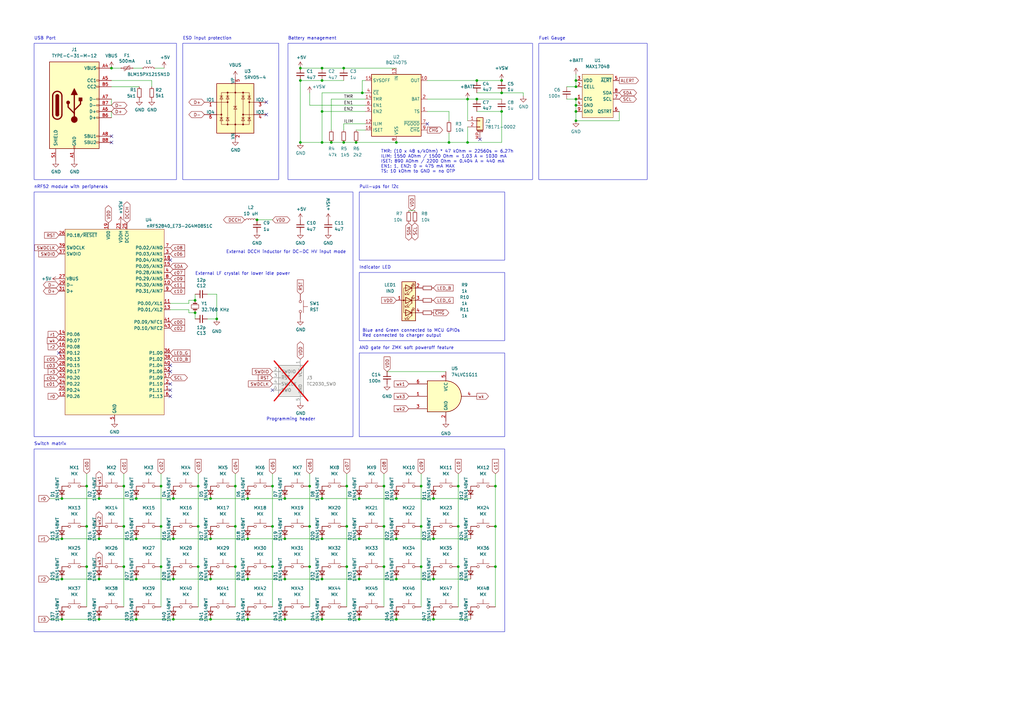
<source format=kicad_sch>
(kicad_sch (version 20230121) (generator eeschema)
  (paper "A3")
  (lib_symbols
    (symbol "74xGxx:74LVC1G11"
      (property "Reference" "U" (at -5.08 10.16 0))
      (property "Value" "74LVC1G11" (at 7.62 -10.16 0))
      (symbol "74LVC1G11_1_1"
        (pin input line (at -15.24 0 0) (length 7.62) (name "~") (number "1"))
        (pin power_in line (at 0 -10.16 90) (length 3.81) (name "GND") (number "2"))
        (pin input line (at -15.24 -5.08 0) (length 7.62) (name "~") (number "3"))
        (pin output line (at 12.7 0 180) (length 6.35) (name "~") (number "4"))
        (pin power_in line (at 0 10.16 270) (length 3.81) (name "VCC") (number "5"))
        (pin input line (at -15.24 5.08 0) (length 7.62) (name "~") (number "6"))
      )
    )
    (symbol "Battery_Management:BQ24075RGT"
      (property "Reference" "U" (at -8.89 13.97 0))
      (property "Value" "BQ24075RGT" (at 16.51 13.97 0))
      (symbol "BQ24075RGT_1_1"
        (pin passive line (at 12.7 -2.54 180) (length 2.54) (name "TS") (number "1"))
        (pin power_out line (at 12.7 10.16 180) (length 2.54) (name "OUT") (number "10"))
        (pin passive line (at 12.7 10.16 180) (length 2.54) hide (name "OUT") (number "11"))
        (pin passive line (at -12.7 -7.62 0) (length 2.54) (name "ILIM") (number "12"))
        (pin power_in line (at 0 15.24 270) (length 2.54) (name "IN") (number "13"))
        (pin input line (at -12.7 2.54 0) (length 2.54) (name "TMR") (number "14"))
        (pin input line (at -12.7 10.16 0) (length 2.54) (name "SYSOFF") (number "15"))
        (pin passive line (at -12.7 -10.16 0) (length 2.54) (name "ISET") (number "16"))
        (pin passive line (at 0 -15.24 90) (length 2.54) hide (name "VSS") (number "17"))
        (pin power_out line (at 12.7 2.54 180) (length 2.54) (name "BAT") (number "2"))
        (pin passive line (at 12.7 2.54 180) (length 2.54) hide (name "BAT") (number "3"))
        (pin input line (at -12.7 5.08 0) (length 2.54) (name "~{CE}") (number "4"))
        (pin input line (at -12.7 -2.54 0) (length 2.54) (name "EN2") (number "5"))
        (pin input line (at -12.7 0 0) (length 2.54) (name "EN1") (number "6"))
        (pin open_collector line (at 12.7 -7.62 180) (length 2.54) (name "~{PGOOD}") (number "7"))
        (pin power_in line (at 0 -15.24 90) (length 2.54) (name "VSS") (number "8"))
        (pin open_collector line (at 12.7 -10.16 180) (length 2.54) (name "~{CHG}") (number "9"))
      )
    )
    (symbol "Connector:USB_C_Receptacle_USB2.0" (pin_names (offset 1.016))
      (property "Reference" "J" (at -10.16 19.05 0))
      (property "Value" "USB_C_Receptacle_USB2.0" (at 19.05 19.05 0))
      (symbol "USB_C_Receptacle_USB2.0_1_1"
        (pin passive line (at 0 -22.86 90) (length 5.08) (name "GND") (number "A1"))
        (pin passive line (at 0 -22.86 90) (length 5.08) hide (name "GND") (number "A12"))
        (pin passive line (at 15.24 15.24 180) (length 5.08) (name "VBUS") (number "A4"))
        (pin bidirectional line (at 15.24 10.16 180) (length 5.08) (name "CC1") (number "A5"))
        (pin bidirectional line (at 15.24 -2.54 180) (length 5.08) (name "D+") (number "A6"))
        (pin bidirectional line (at 15.24 2.54 180) (length 5.08) (name "D-") (number "A7"))
        (pin bidirectional line (at 15.24 -12.7 180) (length 5.08) (name "SBU1") (number "A8"))
        (pin passive line (at 15.24 15.24 180) (length 5.08) hide (name "VBUS") (number "A9"))
        (pin passive line (at 0 -22.86 90) (length 5.08) hide (name "GND") (number "B1"))
        (pin passive line (at 0 -22.86 90) (length 5.08) hide (name "GND") (number "B12"))
        (pin passive line (at 15.24 15.24 180) (length 5.08) hide (name "VBUS") (number "B4"))
        (pin bidirectional line (at 15.24 7.62 180) (length 5.08) (name "CC2") (number "B5"))
        (pin bidirectional line (at 15.24 -5.08 180) (length 5.08) (name "D+") (number "B6"))
        (pin bidirectional line (at 15.24 0 180) (length 5.08) (name "D-") (number "B7"))
        (pin bidirectional line (at 15.24 -15.24 180) (length 5.08) (name "SBU2") (number "B8"))
        (pin passive line (at 15.24 15.24 180) (length 5.08) hide (name "VBUS") (number "B9"))
        (pin passive line (at -7.62 -22.86 90) (length 5.08) (name "SHIELD") (number "S1"))
      )
    )
    (symbol "Connector_Generic_MountingPin:Conn_01x02_MountingPin" (pin_names (offset 1.016) hide)
      (property "Reference" "J" (at 0 2.54 0))
      (property "Value" "Conn_01x02_MountingPin" (at 1.27 -5.08 0))
      (symbol "Conn_01x02_MountingPin_1_1"
        (text "Mounting" (at 0 -4.191 0) (effects (font (size 0.381 0.381))))
        (pin passive line (at -5.08 0 0) (length 3.81) (name "Pin_1") (number "1"))
        (pin passive line (at -5.08 -2.54 0) (length 3.81) (name "Pin_2") (number "2"))
        (pin passive line (at 0 -7.62 90) (length 3.048) (name "MountPin") (number "MP"))
      )
    )
    (symbol "Device:C_Small" (pin_numbers hide) (pin_names (offset 0.254) hide)
      (property "Reference" "C" (at 0.254 1.778 0))
      (property "Value" "C_Small" (at 0.254 -2.032 0))
      (symbol "C_Small_1_1"
        (pin passive line (at 0 2.54 270) (length 2.032) (name "~") (number "1"))
        (pin passive line (at 0 -2.54 90) (length 2.032) (name "~") (number "2"))
      )
    )
    (symbol "Device:Crystal_Small" (pin_numbers hide) (pin_names (offset 1.016) hide)
      (property "Reference" "Y" (at 0 2.54 0))
      (property "Value" "Crystal_Small" (at 0 -2.54 0))
      (symbol "Crystal_Small_1_1"
        (pin passive line (at -2.54 0 0) (length 1.27) (name "1") (number "1"))
        (pin passive line (at 2.54 0 180) (length 1.27) (name "2") (number "2"))
      )
    )
    (symbol "Device:D_Small" (pin_numbers hide) (pin_names (offset 0.254) hide)
      (property "Reference" "D" (at -1.27 2.032 0))
      (property "Value" "D_Small" (at -3.81 -2.032 0))
      (symbol "D_Small_1_1"
        (pin passive line (at -2.54 0 0) (length 1.778) (name "K") (number "1"))
        (pin passive line (at 2.54 0 180) (length 1.778) (name "A") (number "2"))
      )
    )
    (symbol "Device:L_Small" (pin_numbers hide) (pin_names (offset 0.254) hide)
      (property "Reference" "L" (at 0.762 1.016 0))
      (property "Value" "L_Small" (at 0.762 -1.016 0))
      (symbol "L_Small_1_1"
        (pin passive line (at 0 2.54 270) (length 0.508) (name "~") (number "1"))
        (pin passive line (at 0 -2.54 90) (length 0.508) (name "~") (number "2"))
      )
    )
    (symbol "Device:Polyfuse_Small" (pin_numbers hide) (pin_names (offset 0))
      (property "Reference" "F" (at -1.905 0 90))
      (property "Value" "Polyfuse_Small" (at 1.905 0 90))
      (symbol "Polyfuse_Small_1_1"
        (pin passive line (at 0 2.54 270) (length 0.635) (name "~") (number "1"))
        (pin passive line (at 0 -2.54 90) (length 0.635) (name "~") (number "2"))
      )
    )
    (symbol "Device:R_Small" (pin_numbers hide) (pin_names (offset 0.254) hide)
      (property "Reference" "R" (at 0.762 0.508 0))
      (property "Value" "R_Small" (at 0.762 -1.016 0))
      (symbol "R_Small_1_1"
        (pin passive line (at 0 2.54 270) (length 0.762) (name "~") (number "1"))
        (pin passive line (at 0 -2.54 90) (length 0.762) (name "~") (number "2"))
      )
    )
    (symbol "PCM_marbastlib-various:LED_MHT151RGBCT" (pin_names (offset 0) hide)
      (property "Reference" "LED" (at 0 9.398 0))
      (property "Value" "LED_MHT151RGBCT" (at 0 -8.89 0))
      (symbol "LED_MHT151RGBCT_0_0"
        (text "B" (at -1.905 -6.35 0) (effects (font (size 1.27 1.27))))
        (text "G" (at -1.905 -1.27 0) (effects (font (size 1.27 1.27))))
        (text "R" (at -1.905 3.81 0) (effects (font (size 1.27 1.27))))
      )
      (symbol "LED_MHT151RGBCT_1_1"
        (pin passive line (at 5.08 0 180) (length 2.54) (name "A") (number "1"))
        (pin passive line (at -5.08 -5.08 0) (length 2.54) (name "BK") (number "2"))
        (pin passive line (at -5.08 0 0) (length 2.54) (name "GK") (number "3"))
        (pin passive line (at -5.08 5.08 0) (length 2.54) (name "RK") (number "4"))
      )
    )
    (symbol "PCM_marbastlib-various:SRV05-4" (pin_names (offset 0))
      (property "Reference" "U" (at -5.08 11.43 0))
      (property "Value" "SRV05-4" (at 2.54 11.43 0))
      (symbol "SRV05-4_1_1"
        (pin passive line (at -12.7 2.54 0) (length 5.08) (name "IO1") (number "1"))
        (pin passive line (at 0 -12.7 90) (length 2.54) (name "VN") (number "2"))
        (pin passive line (at 12.7 2.54 180) (length 5.08) (name "IO2") (number "3"))
        (pin passive line (at 12.7 -2.54 180) (length 5.08) (name "IO3") (number "4"))
        (pin passive line (at 0 12.7 270) (length 2.54) (name "VP") (number "5"))
        (pin passive line (at -12.7 -2.54 0) (length 5.08) (name "IO4") (number "6"))
      )
    )
    (symbol "PCM_marbastlib-various:TC2030_SWD" (pin_names (offset 1.016))
      (property "Reference" "J" (at -3.81 -6.35 0))
      (property "Value" "TC2030_SWD" (at -10.16 8.89 0))
      (symbol "TC2030_SWD_1_1"
        (pin passive line (at 5.08 10.16 270) (length 2.54) (name "VCC") (number "1"))
        (pin passive line (at -6.35 5.08 0) (length 2.54) (name "SWDIO") (number "2"))
        (pin passive line (at -6.35 2.54 0) (length 2.54) (name "~{RST}") (number "3"))
        (pin passive line (at -6.35 0 0) (length 2.54) (name "SWCLK") (number "4"))
        (pin passive line (at 5.08 -7.62 90) (length 2.54) (name "GND") (number "5"))
        (pin passive line (at -6.35 -2.54 0) (length 2.54) (name "SWO") (number "6"))
      )
    )
    (symbol "PCM_marbastlib-various:nRF52840_E73-2G4M08S1C"
      (property "Reference" "U" (at 13.97 41.91 0))
      (property "Value" "nRF52840_E73-2G4M08S1C" (at 26.67 39.37 0))
      (symbol "nRF52840_E73-2G4M08S1C_0_0"
        (pin bidirectional line (at 22.86 -27.94 180) (length 2.54) (name "P1.11") (number "1"))
        (pin power_in line (at 22.86 15.24 180) (length 2.54) (name "P0.30/AIN6") (number "10"))
        (pin bidirectional line (at 22.86 7.62 180) (length 2.54) (name "P0.00/XL1") (number "11"))
        (pin bidirectional line (at -22.86 -30.48 0) (length 2.54) (name "P0.26") (number "12"))
        (pin bidirectional line (at 22.86 5.08 180) (length 2.54) (name "P0.01/XL2") (number "13"))
        (pin bidirectional line (at -22.86 -5.08 0) (length 2.54) (name "P0.06") (number "14"))
        (pin bidirectional line (at 22.86 22.86 180) (length 2.54) (name "P0.05/AIN3") (number "15"))
        (pin bidirectional line (at -22.86 -10.16 0) (length 2.54) (name "P0.08") (number "16"))
        (pin bidirectional line (at 22.86 -22.86 180) (length 2.54) (name "P1.09") (number "17"))
        (pin bidirectional line (at 22.86 25.4 180) (length 2.54) (name "P0.04/AIN2") (number "18"))
        (pin bidirectional line (at -2.54 40.64 270) (length 2.54) (name "VDD") (number "19"))
        (pin bidirectional line (at 22.86 -25.4 180) (length 2.54) (name "P1.10") (number "2"))
        (pin bidirectional line (at -22.86 -12.7 0) (length 2.54) (name "P0.12") (number "20"))
        (pin bidirectional line (at -22.86 -7.62 0) (length 2.54) (name "P0.07") (number "22"))
        (pin bidirectional line (at 2.54 40.64 270) (length 2.54) (name "VDDH") (number "23"))
        (pin bidirectional line (at 5.08 40.64 270) (length 2.54) (name "DCCH") (number "25"))
        (pin input line (at -22.86 17.78 0) (length 2.54) (name "VBUS") (number "27"))
        (pin bidirectional line (at -22.86 -17.78 0) (length 2.54) (name "P0.15") (number "28"))
        (pin bidirectional line (at -22.86 15.24 0) (length 2.54) (name "D-") (number "29"))
        (pin bidirectional line (at 22.86 27.94 180) (length 2.54) (name "P0.03/AIN1") (number "3"))
        (pin bidirectional line (at -22.86 -20.32 0) (length 2.54) (name "P0.17") (number "30"))
        (pin bidirectional line (at -22.86 12.7 0) (length 2.54) (name "D+") (number "31"))
        (pin bidirectional line (at -22.86 -22.86 0) (length 2.54) (name "P0.20") (number "32"))
        (pin bidirectional line (at -22.86 -15.24 0) (length 2.54) (name "P0.13") (number "33"))
        (pin bidirectional line (at -22.86 -25.4 0) (length 2.54) (name "P0.22") (number "34"))
        (pin bidirectional line (at -22.86 -27.94 0) (length 2.54) (name "P0.24") (number "35"))
        (pin bidirectional line (at 22.86 -12.7 180) (length 2.54) (name "P1.00") (number "36"))
        (pin bidirectional line (at -22.86 27.94 0) (length 2.54) (name "SWDIO") (number "37"))
        (pin bidirectional line (at 22.86 -15.24 180) (length 2.54) (name "P1.02") (number "38"))
        (pin power_in line (at -22.86 30.48 0) (length 2.54) (name "SWDCLK") (number "39"))
        (pin bidirectional line (at 22.86 20.32 180) (length 2.54) (name "P0.28/AIN4") (number "4"))
        (pin bidirectional line (at 22.86 -17.78 180) (length 2.54) (name "P1.04") (number "40"))
        (pin bidirectional line (at 22.86 0 180) (length 2.54) (name "P0.09/NFC1") (number "41"))
        (pin power_in line (at 22.86 -20.32 180) (length 2.54) (name "P1.06") (number "42"))
        (pin power_in line (at 22.86 -2.54 180) (length 2.54) (name "P0.10/NFC2") (number "43"))
        (pin bidirectional line (at 22.86 -30.48 180) (length 2.54) (name "P1.13") (number "6"))
        (pin bidirectional line (at 22.86 30.48 180) (length 2.54) (name "P0.02/AIN0") (number "7"))
        (pin bidirectional line (at 22.86 17.78 180) (length 2.54) (name "P0.29/AIN5") (number "8"))
        (pin power_in line (at 22.86 12.7 180) (length 2.54) (name "P0.31/AIN7") (number "9"))
      )
      (symbol "nRF52840_E73-2G4M08S1C_1_0"
        (pin passive line (at 0 -40.64 90) (length 2.54) hide (name "GND") (number "21"))
        (pin passive line (at 0 -40.64 90) (length 2.54) hide (name "GND") (number "24"))
        (pin bidirectional line (at -22.86 35.56 0) (length 2.54) (name "P0.18/~{RESET}") (number "26"))
        (pin power_in line (at 0 -40.64 90) (length 2.54) (name "GND") (number "5"))
      )
    )
    (symbol "Switch:SW_Push" (pin_numbers hide) (pin_names (offset 1.016) hide)
      (property "Reference" "SW" (at 1.27 2.54 0))
      (property "Value" "SW_Push" (at 0 -1.524 0))
      (symbol "SW_Push_0_1"
        (pin passive line (at -5.08 0 0) (length 2.54) (name "1") (number "1"))
        (pin passive line (at 5.08 0 180) (length 2.54) (name "2") (number "2"))
      )
    )
    (symbol "marbastlib-various:MAX17048"
      (property "Reference" "U" (at 0 10.16 0))
      (property "Value" "MAX17048" (at 0 -10.16 0))
      (symbol "MAX17048_0_0"
        (pin power_in line (at -8.89 -1.27 0) (length 2.54) (name "CTG") (number "1"))
        (pin power_in line (at -8.89 3.81 0) (length 2.54) (name "CELL") (number "2"))
        (pin power_in line (at -8.89 6.35 0) (length 2.54) (name "VDD") (number "3"))
        (pin power_in line (at -8.89 -3.81 0) (length 2.54) (name "GND") (number "4"))
        (pin open_collector line (at 8.89 6.35 180) (length 2.54) (name "~{ALRT}") (number "5"))
        (pin input line (at 8.89 -6.35 180) (length 2.54) (name "QSTRT") (number "6"))
        (pin bidirectional line (at 8.89 -1.27 180) (length 2.54) (name "SCL") (number "7"))
        (pin bidirectional line (at 8.89 1.27 180) (length 2.54) (name "SDA") (number "8"))
        (pin power_in line (at -8.89 -6.35 0) (length 2.54) (name "GND") (number "9"))
      )
    )
    (symbol "power:+5V" (power) (pin_names (offset 0))
      (property "Value" "+5V" (at 0 3.556 0))
      (symbol "+5V_1_1"
        (pin power_in line (at 0 0 90) (length 0) hide (name "+5V") (number "1"))
      )
    )
    (symbol "power:+BATT" (power) (pin_names (offset 0))
      (property "Value" "+BATT" (at 0 3.556 0))
      (symbol "+BATT_1_1"
        (pin power_in line (at 0 0 90) (length 0) hide (name "+BATT") (number "1"))
      )
    )
    (symbol "power:+VSW" (power) (pin_names (offset 0))
      (property "Value" "+VSW" (at 0 3.556 0))
      (symbol "+VSW_1_1"
        (pin power_in line (at 0 0 90) (length 0) hide (name "+VSW") (number "1"))
      )
    )
    (symbol "power:GND" (power) (pin_names (offset 0))
      (property "Value" "GND" (at 0 -3.81 0))
      (symbol "GND_1_1"
        (pin power_in line (at 0 0 270) (length 0) hide (name "GND") (number "1"))
      )
    )
    (symbol "power:VBUS" (power) (pin_names (offset 0))
      (property "Value" "VBUS" (at 0 3.81 0))
      (symbol "VBUS_1_1"
        (pin power_in line (at 0 0 90) (length 0) hide (name "VBUS") (number "1"))
      )
    )
  )
  (junction (at 236.22 33.02))
  (junction (at 81.28 199.39))
  (junction (at 66.04 215.9))
  (junction (at 187.96 215.9))
  (junction (at 101.6 237.49))
  (junction (at 35.56 215.9))
  (junction (at 101.6 220.98))
  (junction (at 142.24 215.9))
  (junction (at 203.2 215.9))
  (junction (at 236.22 40.64))
  (junction (at 25.4 254))
  (junction (at 132.08 237.49))
  (junction (at 203.2 232.41))
  (junction (at 157.48 215.9))
  (junction (at 86.36 254))
  (junction (at 236.22 45.72))
  (junction (at 40.64 220.98))
  (junction (at 55.88 254))
  (junction (at 205.74 33.02))
  (junction (at 116.84 204.47))
  (junction (at 142.24 232.41))
  (junction (at 172.72 199.39))
  (junction (at 162.56 220.98))
  (junction (at 25.4 220.98))
  (junction (at 55.88 220.98))
  (junction (at 66.04 199.39))
  (junction (at 71.12 237.49))
  (junction (at 96.52 199.39))
  (junction (at 25.4 237.49))
  (junction (at 35.56 199.39))
  (junction (at 86.36 220.98))
  (junction (at 55.88 204.47))
  (junction (at 86.36 237.49))
  (junction (at 35.56 232.41))
  (junction (at 132.08 220.98))
  (junction (at 80.01 123.19))
  (junction (at 147.32 204.47))
  (junction (at 172.72 232.41))
  (junction (at 162.56 237.49))
  (junction (at 157.48 232.41))
  (junction (at 148.59 38.1))
  (junction (at 132.08 33.02))
  (junction (at 132.08 254))
  (junction (at 111.76 199.39))
  (junction (at 71.12 254))
  (junction (at 40.64 254))
  (junction (at 127 199.39))
  (junction (at 162.56 254))
  (junction (at 123.19 33.02))
  (junction (at 140.97 58.42) (diameter 0.9144))
  (junction (at 132.08 45.72) (diameter 0.9144))
  (junction (at 187.96 232.41))
  (junction (at 172.72 215.9))
  (junction (at 127 232.41))
  (junction (at 123.19 27.94))
  (junction (at 101.6 204.47))
  (junction (at 236.22 43.18))
  (junction (at 96.52 215.9))
  (junction (at 40.64 237.49))
  (junction (at 101.6 254))
  (junction (at 66.04 232.41))
  (junction (at 111.76 232.41))
  (junction (at 111.76 215.9))
  (junction (at 116.84 220.98))
  (junction (at 71.12 204.47))
  (junction (at 88.9 130.81))
  (junction (at 195.58 40.64) (diameter 0.9144))
  (junction (at 45.72 27.94))
  (junction (at 81.28 232.41))
  (junction (at 147.32 237.49))
  (junction (at 191.77 58.42))
  (junction (at 123.19 58.42) (diameter 0.9144))
  (junction (at 140.97 27.94))
  (junction (at 50.8 232.41))
  (junction (at 205.74 38.1) (diameter 0.9144))
  (junction (at 162.56 204.47))
  (junction (at 184.15 58.42))
  (junction (at 116.84 254))
  (junction (at 191.77 40.64))
  (junction (at 40.64 204.47))
  (junction (at 50.8 199.39))
  (junction (at 81.28 215.9))
  (junction (at 177.8 204.47))
  (junction (at 50.8 215.9))
  (junction (at 162.56 58.42) (diameter 0.9144))
  (junction (at 177.8 237.49))
  (junction (at 135.89 58.42) (diameter 0.9144))
  (junction (at 86.36 204.47))
  (junction (at 177.8 220.98))
  (junction (at 132.08 27.94))
  (junction (at 132.08 204.47))
  (junction (at 80.01 128.27))
  (junction (at 132.08 58.42) (diameter 0.9144))
  (junction (at 203.2 199.39))
  (junction (at 236.22 49.53))
  (junction (at 71.12 220.98))
  (junction (at 147.32 220.98))
  (junction (at 55.88 237.49))
  (junction (at 236.22 35.56))
  (junction (at 116.84 237.49))
  (junction (at 177.8 254))
  (junction (at 146.05 58.42) (diameter 0.9144))
  (junction (at 195.58 33.02) (diameter 0.9144))
  (junction (at 142.24 199.39))
  (junction (at 96.52 232.41))
  (junction (at 157.48 199.39))
  (junction (at 187.96 199.39))
  (junction (at 127 215.9))
  (junction (at 147.32 254))
  (junction (at 25.4 204.47))
  (junction (at 205.74 45.72) (diameter 0.9144))
  (junction (at 105.41 90.17))
  (no_connect (at 24.13 144.78))
  (no_connect (at 175.26 50.8))
  (no_connect (at 109.22 41.91))
  (no_connect (at 69.85 106.68))
  (no_connect (at 45.72 55.88))
  (no_connect (at 111.76 160.02))
  (no_connect (at 69.85 149.86))
  (no_connect (at 45.72 58.42))
  (no_connect (at 69.85 160.02))
  (no_connect (at 196.85 57.15))
  (no_connect (at 69.85 152.4))
  (no_connect (at 69.85 162.56))
  (no_connect (at 109.22 46.99))
  (no_connect (at 69.85 157.48))
  (wire (pts (xy 157.48 199.39) (xy 157.48 215.9)))
  (wire (pts (xy 203.2 215.9) (xy 203.2 232.41)))
  (wire (pts (xy 177.8 254) (xy 193.04 254)))
  (wire (pts (xy 127 43.18) (xy 149.86 43.18)))
  (wire (pts (xy 191.77 40.64) (xy 195.58 40.64)))
  (wire (pts (xy 35.56 194.31) (xy 35.56 199.39)))
  (wire (pts (xy 140.97 50.8) (xy 149.86 50.8)))
  (wire (pts (xy 254 49.53) (xy 236.22 49.53)))
  (wire (pts (xy 132.08 254) (xy 147.32 254)))
  (wire (pts (xy 50.8 232.41) (xy 50.8 248.92)))
  (wire (pts (xy 77.47 124.46) (xy 77.47 123.19)))
  (wire (pts (xy 86.36 237.49) (xy 101.6 237.49)))
  (wire (pts (xy 157.48 194.31) (xy 157.48 199.39)))
  (wire (pts (xy 184.15 49.53) (xy 184.15 45.72)))
  (wire (pts (xy 203.2 199.39) (xy 203.2 215.9)))
  (wire (pts (xy 40.64 220.98) (xy 55.88 220.98)))
  (wire (pts (xy 66.04 199.39) (xy 66.04 215.9)))
  (wire (pts (xy 111.76 194.31) (xy 111.76 199.39)))
  (wire (pts (xy 81.28 199.39) (xy 81.28 215.9)))
  (wire (pts (xy 146.05 53.34) (xy 149.86 53.34)))
  (wire (pts (xy 69.85 124.46) (xy 77.47 124.46)))
  (wire (pts (xy 71.12 254) (xy 86.36 254)))
  (wire (pts (xy 232.41 35.56) (xy 236.22 35.56)))
  (wire (pts (xy 140.97 58.42) (xy 146.05 58.42)))
  (wire (pts (xy 66.04 232.41) (xy 66.04 248.92)))
  (wire (pts (xy 81.28 232.41) (xy 81.28 248.92)))
  (wire (pts (xy 35.56 215.9) (xy 35.56 232.41)))
  (wire (pts (xy 132.08 237.49) (xy 147.32 237.49)))
  (wire (pts (xy 132.08 204.47) (xy 147.32 204.47)))
  (wire (pts (xy 20.32 204.47) (xy 25.4 204.47)))
  (wire (pts (xy 172.72 199.39) (xy 172.72 215.9)))
  (wire (pts (xy 203.2 232.41) (xy 203.2 248.92)))
  (wire (pts (xy 111.76 232.41) (xy 111.76 248.92)))
  (wire (pts (xy 96.52 194.31) (xy 96.52 199.39)))
  (wire (pts (xy 80.01 128.27) (xy 80.01 130.81)))
  (wire (pts (xy 40.64 254) (xy 55.88 254)))
  (wire (pts (xy 66.04 215.9) (xy 66.04 232.41)))
  (wire (pts (xy 162.56 58.42) (xy 184.15 58.42)))
  (wire (pts (xy 195.58 33.02) (xy 205.74 33.02)))
  (wire (pts (xy 45.72 27.94) (xy 49.53 27.94)))
  (wire (pts (xy 50.8 194.31) (xy 50.8 199.39)))
  (wire (pts (xy 69.85 127) (xy 77.47 127)))
  (wire (pts (xy 205.74 58.42) (xy 205.74 45.72)))
  (wire (pts (xy 148.59 38.1) (xy 149.86 38.1)))
  (wire (pts (xy 214.63 38.1) (xy 205.74 38.1)))
  (wire (pts (xy 45.72 35.56) (xy 57.15 35.56)))
  (wire (pts (xy 157.48 215.9) (xy 157.48 232.41)))
  (wire (pts (xy 157.48 232.41) (xy 157.48 248.92)))
  (wire (pts (xy 147.32 220.98) (xy 162.56 220.98)))
  (wire (pts (xy 187.96 232.41) (xy 187.96 248.92)))
  (wire (pts (xy 132.08 38.1) (xy 148.59 38.1)))
  (wire (pts (xy 127 194.31) (xy 127 199.39)))
  (wire (pts (xy 50.8 215.9) (xy 50.8 232.41)))
  (wire (pts (xy 236.22 43.18) (xy 236.22 45.72)))
  (wire (pts (xy 162.56 237.49) (xy 177.8 237.49)))
  (wire (pts (xy 184.15 54.61) (xy 184.15 58.42)))
  (wire (pts (xy 142.24 232.41) (xy 142.24 248.92)))
  (wire (pts (xy 55.88 254) (xy 71.12 254)))
  (wire (pts (xy 162.56 220.98) (xy 177.8 220.98)))
  (wire (pts (xy 86.36 254) (xy 101.6 254)))
  (wire (pts (xy 116.84 204.47) (xy 132.08 204.47)))
  (wire (pts (xy 147.32 204.47) (xy 162.56 204.47)))
  (wire (pts (xy 50.8 199.39) (xy 50.8 215.9)))
  (wire (pts (xy 123.19 58.42) (xy 132.08 58.42)))
  (wire (pts (xy 40.64 204.47) (xy 55.88 204.47)))
  (wire (pts (xy 77.47 123.19) (xy 80.01 123.19)))
  (wire (pts (xy 54.61 27.94) (xy 58.42 27.94)))
  (wire (pts (xy 96.52 232.41) (xy 96.52 248.92)))
  (wire (pts (xy 147.32 254) (xy 162.56 254)))
  (wire (pts (xy 123.19 27.94) (xy 132.08 27.94)))
  (wire (pts (xy 105.41 90.17) (xy 111.76 90.17)))
  (wire (pts (xy 45.72 45.72) (xy 45.72 48.26)))
  (wire (pts (xy 135.89 40.64) (xy 135.89 53.34)))
  (wire (pts (xy 123.19 58.42) (xy 123.19 33.02)))
  (wire (pts (xy 191.77 58.42) (xy 205.74 58.42)))
  (wire (pts (xy 187.96 199.39) (xy 187.96 215.9)))
  (wire (pts (xy 55.88 237.49) (xy 71.12 237.49)))
  (wire (pts (xy 101.6 254) (xy 116.84 254)))
  (wire (pts (xy 236.22 45.72) (xy 236.22 49.53)))
  (wire (pts (xy 135.89 40.64) (xy 149.86 40.64)))
  (wire (pts (xy 127 215.9) (xy 127 232.41)))
  (wire (pts (xy 25.4 204.47) (xy 40.64 204.47)))
  (wire (pts (xy 195.58 40.64) (xy 205.74 40.64)))
  (wire (pts (xy 236.22 33.02) (xy 236.22 35.56)))
  (wire (pts (xy 77.47 128.27) (xy 80.01 128.27)))
  (wire (pts (xy 66.04 194.31) (xy 66.04 199.39)))
  (wire (pts (xy 35.56 199.39) (xy 35.56 215.9)))
  (wire (pts (xy 116.84 254) (xy 132.08 254)))
  (wire (pts (xy 111.76 199.39) (xy 111.76 215.9)))
  (wire (pts (xy 254 45.72) (xy 254 49.53)))
  (wire (pts (xy 184.15 58.42) (xy 191.77 58.42)))
  (wire (pts (xy 123.19 33.02) (xy 132.08 33.02)))
  (wire (pts (xy 214.63 39.37) (xy 214.63 38.1)))
  (wire (pts (xy 177.8 220.98) (xy 193.04 220.98)))
  (wire (pts (xy 149.86 33.02) (xy 148.59 33.02)))
  (wire (pts (xy 191.77 52.07) (xy 191.77 58.42)))
  (wire (pts (xy 195.58 45.72) (xy 205.74 45.72)))
  (wire (pts (xy 132.08 220.98) (xy 147.32 220.98)))
  (wire (pts (xy 101.6 237.49) (xy 116.84 237.49)))
  (wire (pts (xy 20.32 220.98) (xy 25.4 220.98)))
  (wire (pts (xy 167.64 86.36) (xy 170.18 86.36)))
  (wire (pts (xy 142.24 215.9) (xy 142.24 232.41)))
  (wire (pts (xy 40.64 237.49) (xy 55.88 237.49)))
  (wire (pts (xy 63.5 27.94) (xy 67.31 27.94)))
  (wire (pts (xy 85.09 120.65) (xy 88.9 120.65)))
  (wire (pts (xy 80.01 120.65) (xy 80.01 123.19)))
  (wire (pts (xy 158.75 152.4) (xy 182.88 152.4)))
  (wire (pts (xy 81.28 194.31) (xy 81.28 199.39)))
  (wire (pts (xy 20.32 254) (xy 25.4 254)))
  (wire (pts (xy 175.26 45.72) (xy 184.15 45.72)))
  (wire (pts (xy 140.97 27.94) (xy 162.56 27.94)))
  (wire (pts (xy 203.2 194.31) (xy 203.2 199.39)))
  (wire (pts (xy 62.23 33.02) (xy 62.23 35.56)))
  (wire (pts (xy 55.88 204.47) (xy 71.12 204.47)))
  (wire (pts (xy 45.72 43.18) (xy 45.72 40.64)))
  (wire (pts (xy 132.08 45.72) (xy 132.08 58.42)))
  (wire (pts (xy 20.32 237.49) (xy 25.4 237.49)))
  (wire (pts (xy 175.26 40.64) (xy 191.77 40.64)))
  (wire (pts (xy 172.72 232.41) (xy 172.72 248.92)))
  (wire (pts (xy 146.05 58.42) (xy 162.56 58.42)))
  (wire (pts (xy 148.59 33.02) (xy 148.59 38.1)))
  (wire (pts (xy 172.72 194.31) (xy 172.72 199.39)))
  (wire (pts (xy 232.41 40.64) (xy 236.22 40.64)))
  (wire (pts (xy 111.76 215.9) (xy 111.76 232.41)))
  (wire (pts (xy 147.32 237.49) (xy 162.56 237.49)))
  (wire (pts (xy 55.88 220.98) (xy 71.12 220.98)))
  (wire (pts (xy 71.12 237.49) (xy 86.36 237.49)))
  (wire (pts (xy 116.84 220.98) (xy 132.08 220.98)))
  (wire (pts (xy 127 43.18) (xy 127 38.1)))
  (wire (pts (xy 85.09 130.81) (xy 88.9 130.81)))
  (wire (pts (xy 187.96 215.9) (xy 187.96 232.41)))
  (wire (pts (xy 187.96 194.31) (xy 187.96 199.39)))
  (wire (pts (xy 177.8 237.49) (xy 193.04 237.49)))
  (wire (pts (xy 96.52 215.9) (xy 96.52 232.41)))
  (wire (pts (xy 140.97 50.8) (xy 140.97 53.34)))
  (wire (pts (xy 162.56 254) (xy 177.8 254)))
  (wire (pts (xy 86.36 220.98) (xy 101.6 220.98)))
  (wire (pts (xy 71.12 204.47) (xy 86.36 204.47)))
  (wire (pts (xy 81.28 215.9) (xy 81.28 232.41)))
  (wire (pts (xy 162.56 204.47) (xy 177.8 204.47)))
  (wire (pts (xy 175.26 33.02) (xy 195.58 33.02)))
  (wire (pts (xy 77.47 127) (xy 77.47 128.27)))
  (wire (pts (xy 127 199.39) (xy 127 215.9)))
  (wire (pts (xy 45.72 33.02) (xy 62.23 33.02)))
  (wire (pts (xy 172.72 215.9) (xy 172.72 232.41)))
  (wire (pts (xy 195.58 38.1) (xy 205.74 38.1)))
  (wire (pts (xy 236.22 30.48) (xy 236.22 33.02)))
  (wire (pts (xy 25.4 254) (xy 40.64 254)))
  (wire (pts (xy 177.8 204.47) (xy 193.04 204.47)))
  (wire (pts (xy 35.56 232.41) (xy 35.56 248.92)))
  (wire (pts (xy 101.6 204.47) (xy 116.84 204.47)))
  (wire (pts (xy 236.22 40.64) (xy 236.22 43.18)))
  (wire (pts (xy 127 232.41) (xy 127 248.92)))
  (wire (pts (xy 132.08 58.42) (xy 135.89 58.42)))
  (wire (pts (xy 25.4 237.49) (xy 40.64 237.49)))
  (wire (pts (xy 132.08 33.02) (xy 140.97 33.02)))
  (wire (pts (xy 116.84 237.49) (xy 132.08 237.49)))
  (wire (pts (xy 25.4 220.98) (xy 40.64 220.98)))
  (wire (pts (xy 71.12 220.98) (xy 86.36 220.98)))
  (wire (pts (xy 191.77 40.64) (xy 191.77 49.53)))
  (wire (pts (xy 132.08 27.94) (xy 140.97 27.94)))
  (wire (pts (xy 132.08 45.72) (xy 149.86 45.72)))
  (wire (pts (xy 88.9 120.65) (xy 88.9 130.81)))
  (wire (pts (xy 86.36 204.47) (xy 101.6 204.47)))
  (wire (pts (xy 101.6 220.98) (xy 116.84 220.98)))
  (wire (pts (xy 135.89 58.42) (xy 140.97 58.42)))
  (wire (pts (xy 96.52 199.39) (xy 96.52 215.9)))
  (wire (pts (xy 132.08 38.1) (xy 132.08 45.72)))
  (wire (pts (xy 142.24 194.31) (xy 142.24 199.39)))
  (wire (pts (xy 142.24 199.39) (xy 142.24 215.9)))
  (rectangle (start 13.97 184.15) (end 207.01 259.08))
  (rectangle (start 147.32 111.76) (end 207.01 139.7))
  (rectangle (start 13.97 78.74) (end 144.78 179.07))
  (rectangle (start 13.97 17.78) (end 72.39 73.66))
  (rectangle (start 118.11 17.78) (end 218.44 73.66))
  (rectangle (start 74.93 17.78) (end 114.3 73.66))
  (rectangle (start 147.32 78.74) (end 207.01 106.68))
  (rectangle (start 220.98 17.78) (end 265.43 73.66))
  (rectangle (start 147.32 144.78) (end 207.01 179.07))
  (text "nRF52 module with peripherals" (at 13.97 77.47 0) (effects (font (size 1.27 1.27)) (justify left bottom)))
  (text "Fuel Gauge" (at 220.98 16.51 0) (effects (font (size 1.27 1.27)) (justify left bottom)))
  (text "Indicator LED" (at 147.32 110.49 0) (effects (font (size 1.27 1.27)) (justify left bottom)))
  (text "AND gate for ZMK soft poweroff feature" (at 147.32 143.51 0) (effects (font (size 1.27 1.27)) (justify left bottom)))
  (text "Programming header" (at 109.22 172.72 0) (effects (font (size 1.27 1.27)) (justify left bottom)))
  (text "External LF crystal for lower idle power" (at 80.01 113.03 0) (effects (font (size 1.27 1.27)) (justify left bottom)))
  (text "USB Port" (at 13.97 16.51 0) (effects (font (size 1.27 1.27)) (justify left bottom)))
  (text "ESD input protection" (at 74.93 16.51 0) (effects (font (size 1.27 1.27)) (justify left bottom)))
  (text "TMR: (10 x 48 s/kOhm) * 47 kOhm = 22560s = 6.27h\nILIM: 1550 AOhm / 1500 Ohm = 1.03 A = 1030 mA\nISET: 890 AOhm / 2200 Ohm = 0.404 A = 440 mA\nEN1: 1, EN2: 0 = 475 mA MAX\nTS: 10 kOhm to GND = no OTP" (at 156.21 71.12 0) (effects (font (size 1.27 1.27)) (justify left bottom)))
  (text "External DCCH inductor for DC-DC HV input mode" (at 92.71 104.14 0) (effects (font (size 1.27 1.27)) (justify left bottom)))
  (text "Pull-ups for i2c" (at 147.32 77.47 0) (effects (font (size 1.27 1.27)) (justify left bottom)))
  (text "Battery management" (at 118.11 16.51 0) (effects (font (size 1.27 1.27)) (justify left bottom)))
  (text "Switch matrix" (at 13.97 182.88 0) (effects (font (size 1.27 1.27)) (justify left bottom)))
  (text "Blue and Green connected to MCU GPIOs\nRed connected to charger output" (at 148.59 138.43 0) (effects (font (size 1.27 1.27)) (justify left bottom)))
  (label "TMR" (at 140.97 40.64 0))
  (label "ILIM" (at 140.97 50.8 0))
  (label "EN2" (at 140.97 45.72 0))
  (label "EN1" (at 140.97 43.18 0))
  (global_label "LED_B" (shape input) (at 177.8 118.11 0) (property "Intersheetrefs" "${INTERSHEET_REFS}" (effects hide)))
  (global_label "SCL" (shape bidirectional) (at 170.18 91.44 270) (property "Intersheetrefs" "${INTERSHEET_REFS}" (effects hide)))
  (global_label "VDD" (shape bidirectional) (at 44.45 91.44 90) (property "Intersheetrefs" "${INTERSHEET_REFS}" (effects hide)))
  (global_label "c06" (shape input) (at 127 194.31 90) (property "Intersheetrefs" "${INTERSHEET_REFS}" (effects hide)))
  (global_label "c03" (shape input) (at 24.13 149.86 180) (property "Intersheetrefs" "${INTERSHEET_REFS}" (effects hide)))
  (global_label "r0" (shape input) (at 24.13 162.56 180) (property "Intersheetrefs" "${INTERSHEET_REFS}" (effects hide)))
  (global_label "c01" (shape input) (at 50.8 194.31 90) (property "Intersheetrefs" "${INTERSHEET_REFS}" (effects hide)))
  (global_label "r3" (shape input) (at 20.32 254 180) (property "Intersheetrefs" "${INTERSHEET_REFS}" (effects hide)))
  (global_label "r2" (shape input) (at 24.13 142.24 180) (property "Intersheetrefs" "${INTERSHEET_REFS}" (effects hide)))
  (global_label "D+" (shape bidirectional) (at 83.82 41.91 180) (property "Intersheetrefs" "${INTERSHEET_REFS}" (effects hide)))
  (global_label "D+" (shape bidirectional) (at 24.13 119.38 180) (property "Intersheetrefs" "${INTERSHEET_REFS}" (effects hide)))
  (global_label "c09" (shape input) (at 172.72 194.31 90) (property "Intersheetrefs" "${INTERSHEET_REFS}" (effects hide)))
  (global_label "RST" (shape input) (at 123.19 120.65 90) (property "Intersheetrefs" "${INTERSHEET_REFS}" (effects hide)))
  (global_label "VDD" (shape bidirectional) (at 111.76 90.17 0) (property "Intersheetrefs" "${INTERSHEET_REFS}" (effects hide)))
  (global_label "c07" (shape input) (at 142.24 194.31 90) (property "Intersheetrefs" "${INTERSHEET_REFS}" (effects hide)))
  (global_label "D+" (shape bidirectional) (at 45.72 45.72 0) (property "Intersheetrefs" "${INTERSHEET_REFS}" (effects hide)))
  (global_label "c10" (shape input) (at 69.85 119.38 0) (property "Intersheetrefs" "${INTERSHEET_REFS}" (effects hide)))
  (global_label "SCL" (shape bidirectional) (at 254 40.64 0) (property "Intersheetrefs" "${INTERSHEET_REFS}" (effects hide)))
  (global_label "c10" (shape input) (at 187.96 194.31 90) (property "Intersheetrefs" "${INTERSHEET_REFS}" (effects hide)))
  (global_label "c09" (shape input) (at 69.85 114.3 0) (property "Intersheetrefs" "${INTERSHEET_REFS}" (effects hide)))
  (global_label "D-" (shape bidirectional) (at 45.72 43.18 0) (property "Intersheetrefs" "${INTERSHEET_REFS}" (effects hide)))
  (global_label "wk2" (shape output) (at 40.64 215.9 90) (property "Intersheetrefs" "${INTERSHEET_REFS}" (effects hide)))
  (global_label "c11" (shape input) (at 203.2 194.31 90) (property "Intersheetrefs" "${INTERSHEET_REFS}" (effects hide)))
  (global_label "wk" (shape input) (at 24.13 139.7 180) (property "Intersheetrefs" "${INTERSHEET_REFS}" (effects hide)))
  (global_label "wk1" (shape input) (at 167.64 157.48 180) (property "Intersheetrefs" "${INTERSHEET_REFS}" (effects hide)))
  (global_label "VDD" (shape input) (at 162.56 123.19 180) (property "Intersheetrefs" "${INTERSHEET_REFS}" (effects hide)))
  (global_label "DCCH" (shape bidirectional) (at 52.07 91.44 90) (property "Intersheetrefs" "${INTERSHEET_REFS}" (effects hide)))
  (global_label "VDD" (shape input) (at 168.91 86.36 90) (property "Intersheetrefs" "${INTERSHEET_REFS}" (effects hide)))
  (global_label "SCL" (shape bidirectional) (at 69.85 154.94 0) (property "Intersheetrefs" "${INTERSHEET_REFS}" (effects hide)))
  (global_label "r2" (shape input) (at 20.32 237.49 180) (property "Intersheetrefs" "${INTERSHEET_REFS}" (effects hide)))
  (global_label "c08" (shape input) (at 157.48 194.31 90) (property "Intersheetrefs" "${INTERSHEET_REFS}" (effects hide)))
  (global_label "ALERT" (shape output) (at 254 33.02 0) (property "Intersheetrefs" "${INTERSHEET_REFS}" (effects hide)))
  (global_label "c02" (shape input) (at 66.04 194.31 90) (property "Intersheetrefs" "${INTERSHEET_REFS}" (effects hide)))
  (global_label "SWDCLK" (shape input) (at 24.13 101.6 180) (property "Intersheetrefs" "${INTERSHEET_REFS}" (effects hide)))
  (global_label "wk2" (shape input) (at 167.64 167.64 180) (property "Intersheetrefs" "${INTERSHEET_REFS}" (effects hide)))
  (global_label "wk3" (shape input) (at 167.64 162.56 180) (property "Intersheetrefs" "${INTERSHEET_REFS}" (effects hide)))
  (global_label "LED_G" (shape input) (at 69.85 144.78 0) (property "Intersheetrefs" "${INTERSHEET_REFS}" (effects hide)))
  (global_label "c00" (shape input) (at 35.56 194.31 90) (property "Intersheetrefs" "${INTERSHEET_REFS}" (effects hide)))
  (global_label "~{CHG}" (shape output) (at 175.26 53.34 0) (property "Intersheetrefs" "${INTERSHEET_REFS}" (effects hide)))
  (global_label "SDA" (shape bidirectional) (at 167.64 91.44 270) (property "Intersheetrefs" "${INTERSHEET_REFS}" (effects hide)))
  (global_label "D-" (shape bidirectional) (at 24.13 116.84 180) (property "Intersheetrefs" "${INTERSHEET_REFS}" (effects hide)))
  (global_label "LED_B" (shape input) (at 69.85 147.32 0) (property "Intersheetrefs" "${INTERSHEET_REFS}" (effects hide)))
  (global_label "D-" (shape bidirectional) (at 83.82 46.99 180) (property "Intersheetrefs" "${INTERSHEET_REFS}" (effects hide)))
  (global_label "DCCH" (shape bidirectional) (at 100.33 90.17 180) (property "Intersheetrefs" "${INTERSHEET_REFS}" (effects hide)))
  (global_label "r3" (shape input) (at 24.13 152.4 180) (property "Intersheetrefs" "${INTERSHEET_REFS}" (effects hide)))
  (global_label "RST" (shape input) (at 24.13 96.52 180) (property "Intersheetrefs" "${INTERSHEET_REFS}" (effects hide)))
  (global_label "SWDCLK" (shape input) (at 111.76 157.48 180) (property "Intersheetrefs" "${INTERSHEET_REFS}" (effects hide)))
  (global_label "c07" (shape input) (at 69.85 111.76 0) (property "Intersheetrefs" "${INTERSHEET_REFS}" (effects hide)))
  (global_label "c01" (shape input) (at 24.13 157.48 180) (property "Intersheetrefs" "${INTERSHEET_REFS}" (effects hide)))
  (global_label "VDD" (shape input) (at 158.75 152.4 90) (property "Intersheetrefs" "${INTERSHEET_REFS}" (effects hide)))
  (global_label "r1" (shape input) (at 24.13 137.16 180) (property "Intersheetrefs" "${INTERSHEET_REFS}" (effects hide)))
  (global_label "wk3" (shape output) (at 40.64 232.41 90) (property "Intersheetrefs" "${INTERSHEET_REFS}" (effects hide)))
  (global_label "SDA" (shape bidirectional) (at 254 38.1 0) (property "Intersheetrefs" "${INTERSHEET_REFS}" (effects hide)))
  (global_label "SDA" (shape bidirectional) (at 69.85 109.22 0) (property "Intersheetrefs" "${INTERSHEET_REFS}" (effects hide)))
  (global_label "c05" (shape input) (at 24.13 147.32 180) (property "Intersheetrefs" "${INTERSHEET_REFS}" (effects hide)))
  (global_label "SWDIO" (shape input) (at 111.76 152.4 180) (property "Intersheetrefs" "${INTERSHEET_REFS}" (effects hide)))
  (global_label "c06" (shape input) (at 69.85 104.14 0) (property "Intersheetrefs" "${INTERSHEET_REFS}" (effects hide)))
  (global_label "c11" (shape input) (at 69.85 116.84 0) (property "Intersheetrefs" "${INTERSHEET_REFS}" (effects hide)))
  (global_label "RST" (shape input) (at 111.76 154.94 180) (property "Intersheetrefs" "${INTERSHEET_REFS}" (effects hide)))
  (global_label "c04" (shape input) (at 96.52 194.31 90) (property "Intersheetrefs" "${INTERSHEET_REFS}" (effects hide)))
  (global_label "c02" (shape input) (at 69.85 134.62 0) (property "Intersheetrefs" "${INTERSHEET_REFS}" (effects hide)))
  (global_label "SWDIO" (shape input) (at 24.13 104.14 180) (property "Intersheetrefs" "${INTERSHEET_REFS}" (effects hide)))
  (global_label "r1" (shape input) (at 20.32 220.98 180) (property "Intersheetrefs" "${INTERSHEET_REFS}" (effects hide)))
  (global_label "VDD" (shape bidirectional) (at 123.19 147.32 90) (property "Intersheetrefs" "${INTERSHEET_REFS}" (effects hide)))
  (global_label "wk" (shape output) (at 195.58 162.56 0) (property "Intersheetrefs" "${INTERSHEET_REFS}" (effects hide)))
  (global_label "c00" (shape input) (at 69.85 132.08 0) (property "Intersheetrefs" "${INTERSHEET_REFS}" (effects hide)))
  (global_label "wk1" (shape output) (at 40.64 199.39 90) (property "Intersheetrefs" "${INTERSHEET_REFS}" (effects hide)))
  (global_label "r0" (shape input) (at 20.32 204.47 180) (property "Intersheetrefs" "${INTERSHEET_REFS}" (effects hide)))
  (global_label "~{CHG}" (shape output) (at 177.8 128.27 0) (property "Intersheetrefs" "${INTERSHEET_REFS}" (effects hide)))
  (global_label "c05" (shape input) (at 111.76 194.31 90) (property "Intersheetrefs" "${INTERSHEET_REFS}" (effects hide)))
  (global_label "c03" (shape input) (at 81.28 194.31 90) (property "Intersheetrefs" "${INTERSHEET_REFS}" (effects hide)))
  (global_label "LED_G" (shape input) (at 177.8 123.19 0) (property "Intersheetrefs" "${INTERSHEET_REFS}" (effects hide)))
  (global_label "c04" (shape input) (at 24.13 154.94 180) (property "Intersheetrefs" "${INTERSHEET_REFS}" (effects hide)))
  (global_label "c08" (shape input) (at 69.85 101.6 0) (property "Intersheetrefs" "${INTERSHEET_REFS}" (effects hide)))
  (symbol (lib_id "Device:D_Small") (at 40.64 251.46 90) (unit 1)
    (property "Reference" "D38" (at 36.83 250.825 0) (effects (justify right)))
    (property "Value" "1N4148WT" (at 38.735 245.11 0) (effects (justify right)))
    (property "Footprint" "Diode_SMD:D_SOD-523" (effects hide))
    (property "LCSC" "C727112" (effects hide))
  )
  (symbol (lib_id "power:GND") (at 134.62 95.25 0) (unit 1)
    (property "Reference" "#PWR022" (effects hide))
    (property "Value" "GND" (at 134.62 99.695 0))
  )
  (symbol (lib_id "power:+BATT") (at 191.77 40.64 0) (unit 1)
    (property "Reference" "#PWR011" (effects hide))
    (property "Value" "+BATT" (at 191.77 35.56 0))
  )
  (symbol (lib_id "Switch:SW_Push") (at 137.16 232.41 0) (unit 1)
    (property "Reference" "MX32" (at 137.16 224.79 0))
    (property "Value" "MX" (at 137.16 227.33 0))
    (property "Footprint" "PCM_marbastlib-mx:SW_MX_HS_1u" (effects hide))
    (property "LCSC" "C5184526" (effects hide))
  )
  (symbol (lib_id "Switch:SW_Push") (at 152.4 248.92 0) (unit 1)
    (property "Reference" "MX45" (at 152.4 241.3 0))
    (property "Value" "MX" (at 152.4 243.84 0))
    (property "Footprint" "PCM_marbastlib-mx:SW_MX_HS_1u" (effects hide))
    (property "LCSC" "C5184526" (effects hide))
  )
  (symbol (lib_id "Switch:SW_Push") (at 121.92 215.9 0) (unit 1)
    (property "Reference" "MX19" (at 121.92 208.28 0))
    (property "Value" "MX" (at 121.92 210.82 0))
    (property "Footprint" "PCM_marbastlib-mx:SW_MX_HS_1u" (effects hide))
    (property "LCSC" "C5184526" (effects hide))
  )
  (symbol (lib_id "Switch:SW_Push") (at 182.88 199.39 0) (unit 1)
    (property "Reference" "MX11" (at 182.88 191.77 0))
    (property "Value" "MX" (at 182.88 194.31 0))
    (property "Footprint" "PCM_marbastlib-mx:SW_MX_HS_1u" (effects hide))
    (property "LCSC" "C5184526" (effects hide))
  )
  (symbol (lib_id "Device:D_Small") (at 147.32 201.93 90) (unit 1)
    (property "Reference" "D9" (at 143.51 201.295 0) (effects (justify right)))
    (property "Value" "1N4148WT" (at 145.415 195.58 0) (effects (justify right)))
    (property "Footprint" "Diode_SMD:D_SOD-523" (effects hide))
    (property "LCSC" "C727112" (effects hide))
  )
  (symbol (lib_id "Device:C_Small") (at 195.58 43.18 0) (unit 1)
    (property "Reference" "C7" (at 197.9168 42.0116 0) (effects (justify left)))
    (property "Value" "4u7" (at 197.9168 44.323 0) (effects (justify left)))
    (property "Footprint" "Capacitor_SMD:C_0402_1005Metric" (effects hide))
    (property "LCSC" "C23733" (effects hide))
    (property "Notes" "X7R, 10%" (effects hide))
  )
  (symbol (lib_id "Switch:SW_Push") (at 182.88 248.92 0) (unit 1)
    (property "Reference" "MX47" (at 182.88 241.3 0))
    (property "Value" "MX" (at 182.88 243.84 0))
    (property "Footprint" "PCM_marbastlib-mx:SW_MX_HS_1u" (effects hide))
    (property "LCSC" "C5184526" (effects hide))
  )
  (symbol (lib_id "Device:D_Small") (at 132.08 201.93 90) (unit 1)
    (property "Reference" "D8" (at 128.27 201.295 0) (effects (justify right)))
    (property "Value" "1N4148WT" (at 130.175 195.58 0) (effects (justify right)))
    (property "Footprint" "Diode_SMD:D_SOD-523" (effects hide))
    (property "LCSC" "C727112" (effects hide))
  )
  (symbol (lib_id "Device:D_Small") (at 86.36 201.93 90) (unit 1)
    (property "Reference" "D5" (at 82.55 201.295 0) (effects (justify right)))
    (property "Value" "1N4148WT" (at 84.455 195.58 0) (effects (justify right)))
    (property "Footprint" "Diode_SMD:D_SOD-523" (effects hide))
    (property "LCSC" "C727112" (effects hide))
  )
  (symbol (lib_id "Device:D_Small") (at 193.04 234.95 90) (unit 1)
    (property "Reference" "D36" (at 189.23 234.315 0) (effects (justify right)))
    (property "Value" "1N4148WT" (at 191.135 228.6 0) (effects (justify right)))
    (property "Footprint" "Diode_SMD:D_SOD-523" (effects hide))
    (property "LCSC" "C727112" (effects hide))
  )
  (symbol (lib_id "Device:L_Small") (at 60.96 27.94 90) (unit 1)
    (property "Reference" "L1" (at 60.96 25.4 90))
    (property "Value" "BLM15PX121SN1D" (at 60.96 30.48 90))
    (property "Footprint" "Inductor_SMD:L_0402_1005Metric" (effects hide))
    (property "LCSC" "C88970" (effects hide))
  )
  (symbol (lib_id "Device:D_Small") (at 55.88 234.95 90) (unit 1)
    (property "Reference" "D27" (at 52.07 234.315 0) (effects (justify right)))
    (property "Value" "1N4148WT" (at 53.975 228.6 0) (effects (justify right)))
    (property "Footprint" "Diode_SMD:D_SOD-523" (effects hide))
    (property "LCSC" "C727112" (effects hide))
  )
  (symbol (lib_id "Switch:SW_Push") (at 91.44 215.9 0) (unit 1)
    (property "Reference" "MX17" (at 91.44 208.28 0))
    (property "Value" "MX" (at 91.44 210.82 0))
    (property "Footprint" "PCM_marbastlib-mx:SW_MX_HS_1u" (effects hide))
    (property "LCSC" "C5184526" (effects hide))
  )
  (symbol (lib_id "power:GND") (at 46.99 172.72 0) (unit 1)
    (property "Reference" "#PWR027" (effects hide))
    (property "Value" "GND" (at 46.99 177.165 0))
  )
  (symbol (lib_id "power:+VSW") (at 49.53 91.44 0) (unit 1)
    (property "Reference" "#PWR019" (effects hide))
    (property "Value" "+VSW" (at 49.53 85.09 90))
  )
  (symbol (lib_id "Device:R_Small") (at 62.23 38.1 0) (unit 1)
    (property "Reference" "R2" (at 63.7286 36.9316 0) (effects (justify left)))
    (property "Value" "5k1" (at 63.7286 39.243 0) (effects (justify left)))
    (property "Footprint" "Resistor_SMD:R_0402_1005Metric" (effects hide))
    (property "LCSC" "C25905" (effects hide))
  )
  (symbol (lib_id "Device:D_Small") (at 132.08 218.44 90) (unit 1)
    (property "Reference" "D20" (at 128.27 217.805 0) (effects (justify right)))
    (property "Value" "1N4148WT" (at 130.175 212.09 0) (effects (justify right)))
    (property "Footprint" "Diode_SMD:D_SOD-523" (effects hide))
    (property "LCSC" "C727112" (effects hide))
  )
  (symbol (lib_id "Device:D_Small") (at 177.8 251.46 90) (unit 1)
    (property "Reference" "D47" (at 173.99 250.825 0) (effects (justify right)))
    (property "Value" "1N4148WT" (at 175.895 245.11 0) (effects (justify right)))
    (property "Footprint" "Diode_SMD:D_SOD-523" (effects hide))
    (property "LCSC" "C727112" (effects hide))
  )
  (symbol (lib_id "power:VBUS") (at 96.52 31.75 0) (unit 1)
    (property "Reference" "#PWR05" (effects hide))
    (property "Value" "VBUS" (at 96.52 26.67 0))
  )
  (symbol (lib_id "Switch:SW_Push") (at 106.68 232.41 0) (unit 1)
    (property "Reference" "MX30" (at 106.68 224.79 0))
    (property "Value" "MX" (at 106.68 227.33 0))
    (property "Footprint" "PCM_marbastlib-mx:SW_MX_HS_1u" (effects hide))
    (property "LCSC" "C5184526" (effects hide))
  )
  (symbol (lib_id "power:GND") (at 22.86 66.04 0) (unit 1)
    (property "Reference" "#PWR015" (effects hide))
    (property "Value" "GND" (at 22.987 70.4342 0))
  )
  (symbol (lib_id "power:+5V") (at 123.19 27.94 0) (unit 1)
    (property "Reference" "#PWR03" (effects hide))
    (property "Value" "+5V" (at 123.571 23.5458 0))
  )
  (symbol (lib_id "Switch:SW_Push") (at 167.64 232.41 0) (unit 1)
    (property "Reference" "MX34" (at 167.64 224.79 0))
    (property "Value" "MX" (at 167.64 227.33 0))
    (property "Footprint" "PCM_marbastlib-mx:SW_MX_HS_1u" (effects hide))
    (property "LCSC" "C5184526" (effects hide))
  )
  (symbol (lib_id "Device:D_Small") (at 101.6 234.95 90) (unit 1)
    (property "Reference" "D30" (at 97.79 234.315 0) (effects (justify right)))
    (property "Value" "1N4148WT" (at 99.695 228.6 0) (effects (justify right)))
    (property "Footprint" "Diode_SMD:D_SOD-523" (effects hide))
    (property "LCSC" "C727112" (effects hide))
  )
  (symbol (lib_id "Device:R_Small") (at 135.89 55.88 0) (unit 1)
    (property "Reference" "R4" (at 134.62 60.96 0) (effects (justify left)))
    (property "Value" "47k" (at 134.62 63.5 0) (effects (justify left)))
    (property "Footprint" "Resistor_SMD:R_0402_1005Metric" (effects hide))
    (property "LCSC" "C25792" (effects hide))
  )
  (symbol (lib_id "power:+VSW") (at 127 38.1 0) (unit 1)
    (property "Reference" "#PWR07" (effects hide))
    (property "Value" "+VSW" (at 130.81 35.56 0))
  )
  (symbol (lib_id "Device:D_Small") (at 101.6 251.46 90) (unit 1)
    (property "Reference" "D42" (at 97.79 250.825 0) (effects (justify right)))
    (property "Value" "1N4148WT" (at 99.695 245.11 0) (effects (justify right)))
    (property "Footprint" "Diode_SMD:D_SOD-523" (effects hide))
    (property "LCSC" "C727112" (effects hide))
  )
  (symbol (lib_id "Device:R_Small") (at 167.64 88.9 0) (unit 1)
    (property "Reference" "R7" (at 165.1 87.6299 0) (effects (justify right)))
    (property "Value" "10k" (at 165.1 90.1699 0) (effects (justify right)))
    (property "Footprint" "Resistor_SMD:R_0402_1005Metric" (effects hide))
    (property "LCSC" "C25744" (effects hide))
  )
  (symbol (lib_id "Device:R_Small") (at 57.15 38.1 0) (unit 1)
    (property "Reference" "R1" (at 53.34 36.83 0) (effects (justify left)))
    (property "Value" "5k1" (at 52.07 39.37 0) (effects (justify left)))
    (property "Footprint" "Resistor_SMD:R_0402_1005Metric" (effects hide))
    (property "LCSC" "C25905" (effects hide))
  )
  (symbol (lib_id "power:GND") (at 88.9 130.81 0) (unit 1)
    (property "Reference" "#PWR026" (effects hide))
    (property "Value" "GND" (at 88.9 135.89 0))
  )
  (symbol (lib_id "Device:D_Small") (at 25.4 218.44 90) (unit 1)
    (property "Reference" "D13" (at 21.59 217.805 0) (effects (justify right)))
    (property "Value" "1N4148WT" (at 23.495 212.09 0) (effects (justify right)))
    (property "Footprint" "Diode_SMD:D_SOD-523" (effects hide))
    (property "LCSC" "C727112" (effects hide))
  )
  (symbol (lib_id "Battery_Management:BQ24075RGT") (at 162.56 43.18 0) (unit 1)
    (property "Reference" "U2" (at 162.56 23.3426 0))
    (property "Value" "BQ24075" (at 162.56 25.654 0))
    (property "Footprint" "Package_DFN_QFN:VQFN-16-1EP_3x3mm_P0.5mm_EP1.6x1.6mm" (effects hide))
    (property "Datasheet" "http://www.ti.com/lit/ds/symlink/bq24075.pdf" (effects hide))
    (property "LCSC" "C15464" (effects hide))
  )
  (symbol (lib_id "Switch:SW_Push") (at 45.72 199.39 0) (unit 1)
    (property "Reference" "MX2" (at 45.72 191.77 0))
    (property "Value" "MX" (at 45.72 194.31 0))
    (property "Footprint" "PCM_marbastlib-mx:SW_MX_HS_1u" (effects hide))
    (property "LCSC" "C5184526" (effects hide))
  )
  (symbol (lib_id "Device:R_Small") (at 184.15 52.07 0) (unit 1)
    (property "Reference" "R3" (at 186.69 50.8 0) (effects (justify left)))
    (property "Value" "10k" (at 186.69 53.34 0) (effects (justify left)))
    (property "Footprint" "Resistor_SMD:R_0402_1005Metric" (effects hide))
    (property "LCSC" "C25744" (effects hide))
  )
  (symbol (lib_id "Device:D_Small") (at 177.8 201.93 90) (unit 1)
    (property "Reference" "D11" (at 173.99 201.295 0) (effects (justify right)))
    (property "Value" "1N4148WT" (at 175.895 195.58 0) (effects (justify right)))
    (property "Footprint" "Diode_SMD:D_SOD-523" (effects hide))
    (property "LCSC" "C727112" (effects hide))
  )
  (symbol (lib_id "74xGxx:74LVC1G11") (at 182.88 162.56 0) (unit 1)
    (property "Reference" "U5" (at 185.0741 151.13 0) (effects (justify left)))
    (property "Value" "74LVC1G11" (at 185.0741 153.67 0) (effects (justify left)))
    (property "Footprint" "Package_TO_SOT_SMD:SOT-363_SC-70-6" (effects hide))
    (property "Datasheet" "http://www.ti.com/lit/sg/scyt129e/scyt129e.pdf" (effects hide))
  )
  (symbol (lib_id "Device:D_Small") (at 71.12 251.46 90) (unit 1)
    (property "Reference" "D40" (at 67.31 250.825 0) (effects (justify right)))
    (property "Value" "1N4148WT" (at 69.215 245.11 0) (effects (justify right)))
    (property "Footprint" "Diode_SMD:D_SOD-523" (effects hide))
    (property "LCSC" "C727112" (effects hide))
  )
  (symbol (lib_id "Device:D_Small") (at 177.8 218.44 90) (unit 1)
    (property "Reference" "D23" (at 173.99 217.805 0) (effects (justify right)))
    (property "Value" "1N4148WT" (at 175.895 212.09 0) (effects (justify right)))
    (property "Footprint" "Diode_SMD:D_SOD-523" (effects hide))
    (property "LCSC" "C727112" (effects hide))
  )
  (symbol (lib_id "Switch:SW_Push") (at 45.72 215.9 0) (unit 1)
    (property "Reference" "MX14" (at 45.72 208.28 0))
    (property "Value" "MX" (at 45.72 210.82 0))
    (property "Footprint" "PCM_marbastlib-mx:SW_MX_HS_1u" (effects hide))
    (property "LCSC" "C5184526" (effects hide))
  )
  (symbol (lib_id "Device:D_Small") (at 162.56 251.46 90) (unit 1)
    (property "Reference" "D46" (at 158.75 250.825 0) (effects (justify right)))
    (property "Value" "1N4148WT" (at 160.655 245.11 0) (effects (justify right)))
    (property "Footprint" "Diode_SMD:D_SOD-523" (effects hide))
    (property "LCSC" "C727112" (effects hide))
  )
  (symbol (lib_id "power:GND") (at 96.52 57.15 0) (unit 1)
    (property "Reference" "#PWR013" (effects hide))
    (property "Value" "GND" (at 96.647 61.5442 0))
  )
  (symbol (lib_id "Device:D_Small") (at 40.64 201.93 90) (unit 1)
    (property "Reference" "D2" (at 36.83 201.295 0) (effects (justify right)))
    (property "Value" "1N4148WT" (at 38.735 195.58 0) (effects (justify right)))
    (property "Footprint" "Diode_SMD:D_SOD-523" (effects hide))
    (property "LCSC" "C727112" (effects hide))
  )
  (symbol (lib_id "Switch:SW_Push") (at 198.12 248.92 0) (unit 1)
    (property "Reference" "MX48" (at 198.12 241.3 0))
    (property "Value" "MX" (at 198.12 243.84 0))
    (property "Footprint" "PCM_marbastlib-mx:SW_MX_HS_1u" (effects hide))
    (property "LCSC" "C5184526" (effects hide))
  )
  (symbol (lib_id "Switch:SW_Push") (at 182.88 232.41 0) (unit 1)
    (property "Reference" "MX35" (at 182.88 224.79 0))
    (property "Value" "MX" (at 182.88 227.33 0))
    (property "Footprint" "PCM_marbastlib-mx:SW_MX_HS_1u" (effects hide))
    (property "LCSC" "C5184526" (effects hide))
  )
  (symbol (lib_id "Device:D_Small") (at 147.32 234.95 90) (unit 1)
    (property "Reference" "D33" (at 143.51 234.315 0) (effects (justify right)))
    (property "Value" "1N4148WT" (at 145.415 228.6 0) (effects (justify right)))
    (property "Footprint" "Diode_SMD:D_SOD-523" (effects hide))
    (property "LCSC" "C727112" (effects hide))
  )
  (symbol (lib_id "Switch:SW_Push") (at 60.96 232.41 0) (unit 1)
    (property "Reference" "MX27" (at 60.96 224.79 0))
    (property "Value" "MX" (at 60.96 227.33 0))
    (property "Footprint" "PCM_marbastlib-mx:SW_MX_HS_1u" (effects hide))
    (property "LCSC" "C5184526" (effects hide))
  )
  (symbol (lib_id "Switch:SW_Push") (at 137.16 248.92 0) (unit 1)
    (property "Reference" "MX44" (at 137.16 241.3 0))
    (property "Value" "MX" (at 137.16 243.84 0))
    (property "Footprint" "PCM_marbastlib-mx:SW_MX_HS_1u" (effects hide))
    (property "LCSC" "C5184526" (effects hide))
  )
  (symbol (lib_id "Device:R_Small") (at 140.97 55.88 0) (unit 1)
    (property "Reference" "R5" (at 139.7 60.96 0) (effects (justify left)))
    (property "Value" "1k5" (at 139.7 63.5 0) (effects (justify left)))
    (property "Footprint" "Resistor_SMD:R_0402_1005Metric" (effects hide))
    (property "LCSC" "C25867" (effects hide))
  )
  (symbol (lib_id "Device:C_Small") (at 232.41 38.1 0) (unit 1)
    (property "Reference" "C6" (at 229.87 36.8362 0) (effects (justify right)))
    (property "Value" "100n" (at 229.87 39.3762 0) (effects (justify right)))
    (property "Footprint" "Capacitor_SMD:C_0402_1005Metric" (effects hide))
    (property "LCSC" "C307331" (effects hide))
  )
  (symbol (lib_id "power:+VSW") (at 134.62 90.17 0) (unit 1)
    (property "Reference" "#PWR018" (effects hide))
    (property "Value" "+VSW" (at 134.62 83.82 90))
  )
  (symbol (lib_id "Switch:SW_Push") (at 45.72 248.92 0) (unit 1)
    (property "Reference" "MX38" (at 45.72 241.3 0))
    (property "Value" "MX" (at 45.72 243.84 0))
    (property "Footprint" "PCM_marbastlib-mx:SW_MX_HS_1u" (effects hide))
    (property "LCSC" "C5184526" (effects hide))
  )
  (symbol (lib_id "Switch:SW_Push") (at 121.92 199.39 0) (unit 1)
    (property "Reference" "MX7" (at 121.92 191.77 0))
    (property "Value" "MX" (at 121.92 194.31 0))
    (property "Footprint" "PCM_marbastlib-mx:SW_MX_HS_1u" (effects hide))
    (property "LCSC" "C5184526" (effects hide))
  )
  (symbol (lib_id "Device:D_Small") (at 116.84 218.44 90) (unit 1)
    (property "Reference" "D19" (at 113.03 217.805 0) (effects (justify right)))
    (property "Value" "1N4148WT" (at 114.935 212.09 0) (effects (justify right)))
    (property "Footprint" "Diode_SMD:D_SOD-523" (effects hide))
    (property "LCSC" "C727112" (effects hide))
  )
  (symbol (lib_id "Device:D_Small") (at 162.56 234.95 90) (unit 1)
    (property "Reference" "D34" (at 158.75 234.315 0) (effects (justify right)))
    (property "Value" "1N4148WT" (at 160.655 228.6 0) (effects (justify right)))
    (property "Footprint" "Diode_SMD:D_SOD-523" (effects hide))
    (property "LCSC" "C727112" (effects hide))
  )
  (symbol (lib_id "Switch:SW_Push") (at 106.68 215.9 0) (unit 1)
    (property "Reference" "MX18" (at 106.68 208.28 0))
    (property "Value" "MX" (at 106.68 210.82 0))
    (property "Footprint" "PCM_marbastlib-mx:SW_MX_HS_1u" (effects hide))
    (property "LCSC" "C5184526" (effects hide))
  )
  (symbol (lib_id "Switch:SW_Push") (at 123.19 125.73 270) (unit 1)
    (property "Reference" "SW1" (at 127 124.46 90) (effects (justify left)))
    (property "Value" "RST" (at 127 127 90) (effects (justify left)))
    (property "Footprint" "PCM_marbastlib-various:SW_T1A2QR" (effects hide))
    (property "LCSC" "C100056" (effects hide))
  )
  (symbol (lib_id "Device:D_Small") (at 55.88 201.93 90) (unit 1)
    (property "Reference" "D3" (at 52.07 201.295 0) (effects (justify right)))
    (property "Value" "1N4148WT" (at 53.975 195.58 0) (effects (justify right)))
    (property "Footprint" "Diode_SMD:D_SOD-523" (effects hide))
    (property "LCSC" "C727112" (effects hide))
  )
  (symbol (lib_id "Switch:SW_Push") (at 76.2 248.92 0) (unit 1)
    (property "Reference" "MX40" (at 76.2 241.3 0))
    (property "Value" "MX" (at 76.2 243.84 0))
    (property "Footprint" "PCM_marbastlib-mx:SW_MX_HS_1u" (effects hide))
    (property "LCSC" "C5184526" (effects hide))
  )
  (symbol (lib_id "power:GND") (at 123.19 58.42 0) (unit 1)
    (property "Reference" "#PWR014" (effects hide))
    (property "Value" "GND" (at 123.317 62.8142 0))
  )
  (symbol (lib_id "Device:D_Small") (at 116.84 251.46 90) (unit 1)
    (property "Reference" "D43" (at 113.03 250.825 0) (effects (justify right)))
    (property "Value" "1N4148WT" (at 114.935 245.11 0) (effects (justify right)))
    (property "Footprint" "Diode_SMD:D_SOD-523" (effects hide))
    (property "LCSC" "C727112" (effects hide))
  )
  (symbol (lib_id "power:GND") (at 158.75 157.48 0) (unit 1)
    (property "Reference" "#PWR029" (effects hide))
    (property "Value" "GND" (at 158.75 162.56 0))
  )
  (symbol (lib_id "Device:C_Small") (at 82.55 130.81 90) (unit 1)
    (property "Reference" "C13" (at 82.55 136.6266 90))
    (property "Value" "12p" (at 82.55 134.3152 90))
    (property "Footprint" "Capacitor_SMD:C_0402_1005Metric" (effects hide))
    (property "Notes" "NP0, 2%" (effects hide))
    (property "LCSC" "C1547" (effects hide))
  )
  (symbol (lib_id "Device:Crystal_Small") (at 80.01 125.73 90) (unit 1)
    (property "Reference" "Y1" (at 82.55 124.46 90) (effects (justify right)))
    (property "Value" "32.768 KHz" (at 82.55 127 90) (effects (justify right)))
    (property "Footprint" "Crystal:Crystal_SMD_2012-2Pin_2.0x1.2mm" (effects hide))
    (property "Datasheet" "https://datasheet.lcsc.com/szlcsc/KDS-Daishinku-KDS-32-768KHz-12-5PF-20ppm_C93231.pdf" (effects hide))
    (property "LCSC" "C55208" (effects hide))
  )
  (symbol (lib_id "marbastlib-various:MAX17048") (at 245.11 39.37 0) (unit 1)
    (property "Reference" "U1" (at 245.11 24.765 0))
    (property "Value" "MAX17048" (at 245.11 27.305 0))
    (property "Footprint" "Package_DFN_QFN:DFN-8-1EP_2x2mm_P0.5mm_EP0.7x1.3mm" (effects hide))
    (property "Datasheet" "https://datasheets.maximintegrated.com/en/ds/MAX17048-MAX17049.pdf" (effects hide))
    (property "LCSC" "C2682616" (effects hide))
  )
  (symbol (lib_id "power:VBUS") (at 45.72 27.94 0) (unit 1)
    (property "Reference" "#PWR01" (effects hide))
    (property "Value" "VBUS" (at 45.72 22.86 0))
  )
  (symbol (lib_id "Connector:USB_C_Receptacle_USB2.0") (at 30.48 43.18 0) (unit 1)
    (property "Reference" "J1" (at 30.48 20.32 0))
    (property "Value" "TYPE-C-31-M-12" (at 30.48 22.86 0))
    (property "Footprint" "PCM_marbastlib-various:USB_C_Receptacle_HRO_TYPE-C-31-M-12" (effects hide))
    (property "Datasheet" "https://www.usb.org/sites/default/files/documents/usb_type-c.zip" (effects hide))
    (property "LCSC" "C165948" (effects hide))
  )
  (symbol (lib_id "Device:D_Small") (at 55.88 218.44 90) (unit 1)
    (property "Reference" "D15" (at 52.07 217.805 0) (effects (justify right)))
    (property "Value" "1N4148WT" (at 53.975 212.09 0) (effects (justify right)))
    (property "Footprint" "Diode_SMD:D_SOD-523" (effects hide))
    (property "LCSC" "C727112" (effects hide))
  )
  (symbol (lib_id "Switch:SW_Push") (at 30.48 215.9 0) (unit 1)
    (property "Reference" "MX13" (at 30.48 208.28 0))
    (property "Value" "MX" (at 30.48 210.82 0))
    (property "Footprint" "PCM_marbastlib-mx:SW_MX_HS_1u" (effects hide))
    (property "LCSC" "C5184526" (effects hide))
  )
  (symbol (lib_id "Switch:SW_Push") (at 91.44 248.92 0) (unit 1)
    (property "Reference" "MX41" (at 91.44 241.3 0))
    (property "Value" "MX" (at 91.44 243.84 0))
    (property "Footprint" "PCM_marbastlib-mx:SW_MX_HS_1u" (effects hide))
    (property "LCSC" "C5184526" (effects hide))
  )
  (symbol (lib_id "Switch:SW_Push") (at 76.2 215.9 0) (unit 1)
    (property "Reference" "MX16" (at 76.2 208.28 0))
    (property "Value" "MX" (at 76.2 210.82 0))
    (property "Footprint" "PCM_marbastlib-mx:SW_MX_HS_1u" (effects hide))
    (property "LCSC" "C5184526" (effects hide))
  )
  (symbol (lib_id "Device:C_Small") (at 140.97 30.48 0) (unit 1)
    (property "Reference" "C3" (at 143.51 29.2163 0) (effects (justify left)))
    (property "Value" "1u" (at 143.51 31.7563 0) (effects (justify left)))
    (property "Footprint" "Capacitor_SMD:C_0402_1005Metric" (effects hide))
    (property "LCSC" "C52923" (effects hide))
    (property "Notes" "X7R, 10%" (effects hide))
  )
  (symbol (lib_id "Device:C_Small") (at 105.41 92.71 0) (unit 1)
    (property "Reference" "C9" (at 107.95 91.4463 0) (effects (justify left)))
    (property "Value" "1u" (at 107.95 93.9863 0) (effects (justify left)))
    (property "Footprint" "Capacitor_SMD:C_0402_1005Metric" (effects hide))
    (property "Notes" "X7R, 10%" (effects hide))
    (property "LCSC" "C52923" (effects hide))
  )
  (symbol (lib_id "Device:D_Small") (at 132.08 234.95 90) (unit 1)
    (property "Reference" "D32" (at 128.27 234.315 0) (effects (justify right)))
    (property "Value" "1N4148WT" (at 130.175 228.6 0) (effects (justify right)))
    (property "Footprint" "Diode_SMD:D_SOD-523" (effects hide))
    (property "LCSC" "C727112" (effects hide))
  )
  (symbol (lib_id "Switch:SW_Push") (at 152.4 232.41 0) (unit 1)
    (property "Reference" "MX33" (at 152.4 224.79 0))
    (property "Value" "MX" (at 152.4 227.33 0))
    (property "Footprint" "PCM_marbastlib-mx:SW_MX_HS_1u" (effects hide))
    (property "LCSC" "C5184526" (effects hide))
  )
  (symbol (lib_id "Device:D_Small") (at 193.04 201.93 90) (unit 1)
    (property "Reference" "D12" (at 189.23 201.295 0) (effects (justify right)))
    (property "Value" "1N4148WT" (at 191.135 195.58 0) (effects (justify right)))
    (property "Footprint" "Diode_SMD:D_SOD-523" (effects hide))
    (property "LCSC" "C727112" (effects hide))
  )
  (symbol (lib_id "Switch:SW_Push") (at 137.16 199.39 0) (unit 1)
    (property "Reference" "MX8" (at 137.16 191.77 0))
    (property "Value" "MX" (at 137.16 194.31 0))
    (property "Footprint" "PCM_marbastlib-mx:SW_MX_HS_1u" (effects hide))
    (property "LCSC" "C5184526" (effects hide))
  )
  (symbol (lib_id "power:GND") (at 182.88 172.72 0) (unit 1)
    (property "Reference" "#PWR028" (effects hide))
    (property "Value" "GND" (at 182.88 177.8 0))
  )
  (symbol (lib_id "Switch:SW_Push") (at 60.96 215.9 0) (unit 1)
    (property "Reference" "MX15" (at 60.96 208.28 0))
    (property "Value" "MX" (at 60.96 210.82 0))
    (property "Footprint" "PCM_marbastlib-mx:SW_MX_HS_1u" (effects hide))
    (property "LCSC" "C5184526" (effects hide))
  )
  (symbol (lib_id "Switch:SW_Push") (at 91.44 199.39 0) (unit 1)
    (property "Reference" "MX5" (at 91.44 191.77 0))
    (property "Value" "MX" (at 91.44 194.31 0))
    (property "Footprint" "PCM_marbastlib-mx:SW_MX_HS_1u" (effects hide))
    (property "LCSC" "C5184526" (effects hide))
  )
  (symbol (lib_id "power:+VSW") (at 205.74 33.02 0) (unit 1)
    (property "Reference" "#PWR06" (effects hide))
    (property "Value" "+VSW" (at 205.74 27.94 0))
  )
  (symbol (lib_id "power:GND") (at 30.48 66.04 0) (unit 1)
    (property "Reference" "#PWR016" (effects hide))
    (property "Value" "GND" (at 30.607 70.4342 0))
  )
  (symbol (lib_id "Device:D_Small") (at 132.08 251.46 90) (unit 1)
    (property "Reference" "D44" (at 128.27 250.825 0) (effects (justify right)))
    (property "Value" "1N4148WT" (at 130.175 245.11 0) (effects (justify right)))
    (property "Footprint" "Diode_SMD:D_SOD-523" (effects hide))
    (property "LCSC" "C727112" (effects hide))
  )
  (symbol (lib_id "Switch:SW_Push") (at 198.12 215.9 0) (unit 1)
    (property "Reference" "MX24" (at 198.12 208.28 0))
    (property "Value" "MX" (at 198.12 210.82 0))
    (property "Footprint" "PCM_marbastlib-mx:SW_MX_HS_1u" (effects hide))
    (property "LCSC" "C5184526" (effects hide))
  )
  (symbol (lib_id "Device:D_Small") (at 86.36 218.44 90) (unit 1)
    (property "Reference" "D17" (at 82.55 217.805 0) (effects (justify right)))
    (property "Value" "1N4148WT" (at 84.455 212.09 0) (effects (justify right)))
    (property "Footprint" "Diode_SMD:D_SOD-523" (effects hide))
    (property "LCSC" "C727112" (effects hide))
  )
  (symbol (lib_id "PCM_marbastlib-various:SRV05-4") (at 96.52 44.45 0) (unit 1)
    (property "Reference" "U3" (at 100.1461 29.21 0) (effects (justify left)))
    (property "Value" "SRV05-4" (at 100.1461 31.75 0) (effects (justify left)))
    (property "Footprint" "PCM_marbastlib-various:SOT-23-6-routable" (effects hide))
    (property "Datasheet" "http://www.onsemi.com/pub/Collateral/SRV05-4-D.PDF" (effects hide))
    (property "LCSC" "C7420376" (effects hide))
  )
  (symbol (lib_id "Switch:SW_Push") (at 198.12 199.39 0) (unit 1)
    (property "Reference" "MX12" (at 198.12 191.77 0))
    (property "Value" "MX" (at 198.12 194.31 0))
    (property "Footprint" "PCM_marbastlib-mx:SW_MX_HS_1u" (effects hide))
    (property "LCSC" "C5184526" (effects hide))
  )
  (symbol (lib_id "Device:D_Small") (at 25.4 201.93 90) (unit 1)
    (property "Reference" "D1" (at 21.59 201.295 0) (effects (justify right)))
    (property "Value" "1N4148WT" (at 23.495 195.58 0) (effects (justify right)))
    (property "Footprint" "Diode_SMD:D_SOD-523" (effects hide))
    (property "LCSC" "C727112" (effects hide))
  )
  (symbol (lib_id "power:+5V") (at 24.13 114.3 90) (unit 1)
    (property "Reference" "#PWR025" (effects hide))
    (property "Value" "+5V" (at 19.05 114.3 90))
  )
  (symbol (lib_id "Switch:SW_Push") (at 60.96 248.92 0) (unit 1)
    (property "Reference" "MX39" (at 60.96 241.3 0))
    (property "Value" "MX" (at 60.96 243.84 0))
    (property "Footprint" "PCM_marbastlib-mx:SW_MX_HS_1u" (effects hide))
    (property "LCSC" "C5184526" (effects hide))
  )
  (symbol (lib_id "power:GND") (at 105.41 95.25 0) (unit 1)
    (property "Reference" "#PWR020" (effects hide))
    (property "Value" "GND" (at 105.41 99.695 0))
  )
  (symbol (lib_id "power:GND") (at 236.22 49.53 0) (unit 1)
    (property "Reference" "#PWR012" (effects hide))
    (property "Value" "GND" (at 236.22 53.975 0))
  )
  (symbol (lib_id "Switch:SW_Push") (at 30.48 248.92 0) (unit 1)
    (property "Reference" "MX37" (at 30.48 241.3 0))
    (property "Value" "MX" (at 30.48 243.84 0))
    (property "Footprint" "PCM_marbastlib-mx:SW_MX_HS_1u" (effects hide))
    (property "LCSC" "C5184526" (effects hide))
  )
  (symbol (lib_id "Device:D_Small") (at 25.4 234.95 90) (unit 1)
    (property "Reference" "D25" (at 21.59 234.315 0) (effects (justify right)))
    (property "Value" "1N4148WT" (at 23.495 228.6 0) (effects (justify right)))
    (property "Footprint" "Diode_SMD:D_SOD-523" (effects hide))
    (property "LCSC" "C727112" (effects hide))
  )
  (symbol (lib_id "Switch:SW_Push") (at 106.68 248.92 0) (unit 1)
    (property "Reference" "MX42" (at 106.68 241.3 0))
    (property "Value" "MX" (at 106.68 243.84 0))
    (property "Footprint" "PCM_marbastlib-mx:SW_MX_HS_1u" (effects hide))
    (property "LCSC" "C5184526" (effects hide))
  )
  (symbol (lib_id "Switch:SW_Push") (at 30.48 232.41 0) (unit 1)
    (property "Reference" "MX25" (at 30.48 224.79 0))
    (property "Value" "MX" (at 30.48 227.33 0))
    (property "Footprint" "PCM_marbastlib-mx:SW_MX_HS_1u" (effects hide))
    (property "LCSC" "C5184526" (effects hide))
  )
  (symbol (lib_id "Device:R_Small") (at 146.05 55.88 0) (unit 1)
    (property "Reference" "R6" (at 144.78 60.96 0) (effects (justify left)))
    (property "Value" "2k2" (at 144.78 63.5 0) (effects (justify left)))
    (property "Footprint" "Resistor_SMD:R_0402_1005Metric" (effects hide))
    (property "LCSC" "C25879" (effects hide))
  )
  (symbol (lib_id "Switch:SW_Push") (at 30.48 199.39 0) (unit 1)
    (property "Reference" "MX1" (at 30.48 191.77 0))
    (property "Value" "MX" (at 30.48 194.31 0))
    (property "Footprint" "PCM_marbastlib-mx:SW_MX_HS_1u" (effects hide))
    (property "LCSC" "C5184526" (effects hide))
  )
  (symbol (lib_id "Switch:SW_Push") (at 121.92 232.41 0) (unit 1)
    (property "Reference" "MX31" (at 121.92 224.79 0))
    (property "Value" "MX" (at 121.92 227.33 0))
    (property "Footprint" "PCM_marbastlib-mx:SW_MX_HS_1u" (effects hide))
    (property "LCSC" "C5184526" (effects hide))
  )
  (symbol (lib_id "power:+BATT") (at 236.22 30.48 0) (unit 1)
    (property "Reference" "#PWR04" (effects hide))
    (property "Value" "+BATT" (at 236.22 24.765 0))
  )
  (symbol (lib_id "power:+5V") (at 67.31 27.94 0) (unit 1)
    (property "Reference" "#PWR02" (effects hide))
    (property "Value" "+5V" (at 67.691 23.5458 0))
  )
  (symbol (lib_id "Device:D_Small") (at 55.88 251.46 90) (unit 1)
    (property "Reference" "D39" (at 52.07 250.825 0) (effects (justify right)))
    (property "Value" "1N4148WT" (at 53.975 245.11 0) (effects (justify right)))
    (property "Footprint" "Diode_SMD:D_SOD-523" (effects hide))
    (property "LCSC" "C727112" (effects hide))
  )
  (symbol (lib_id "Switch:SW_Push") (at 106.68 199.39 0) (unit 1)
    (property "Reference" "MX6" (at 106.68 191.77 0))
    (property "Value" "MX" (at 106.68 194.31 0))
    (property "Footprint" "PCM_marbastlib-mx:SW_MX_HS_1u" (effects hide))
    (property "LCSC" "C5184526" (effects hide))
  )
  (symbol (lib_id "Switch:SW_Push") (at 167.64 248.92 0) (unit 1)
    (property "Reference" "MX46" (at 167.64 241.3 0))
    (property "Value" "MX" (at 167.64 243.84 0))
    (property "Footprint" "PCM_marbastlib-mx:SW_MX_HS_1u" (effects hide))
    (property "LCSC" "C5184526" (effects hide))
  )
  (symbol (lib_id "PCM_marbastlib-various:LED_MHT151RGBCT") (at 167.64 123.19 180) (unit 1)
    (property "Reference" "LED1" (at 160.02 116.84 0))
    (property "Value" "IND" (at 160.02 119.38 0))
    (property "Footprint" "PCM_marbastlib-xp-various:LED_1206R" (effects hide))
    (property "Datasheet" "https://datasheet.lcsc.com/lcsc/2104121904_MEIHUA-MHT151RGBCT_C409782.pdf" (effects hide))
    (property "LCSC" "C2802677" (effects hide))
  )
  (symbol (lib_id "Device:C_Small") (at 158.75 154.94 0) (unit 1)
    (property "Reference" "C14" (at 156.21 153.6763 0) (effects (justify right)))
    (property "Value" "100n" (at 156.21 156.2163 0) (effects (justify right)))
    (property "Footprint" "Capacitor_SMD:C_0402_1005Metric" (effects hide))
    (property "LCSC" "C307331" (effects hide))
  )
  (symbol (lib_id "Device:C_Small") (at 123.19 92.71 0) (unit 1)
    (property "Reference" "C10" (at 125.73 91.4463 0) (effects (justify left)))
    (property "Value" "4u7" (at 125.73 93.9863 0) (effects (justify left)))
    (property "Footprint" "Capacitor_SMD:C_0402_1005Metric" (effects hide))
    (property "Notes" "X7R, 10%" (effects hide))
    (property "LCSC" "C23733" (effects hide))
  )
  (symbol (lib_id "power:GND") (at 123.19 165.1 0) (unit 1)
    (property "Reference" "#PWR024" (effects hide))
    (property "Value" "GND" (at 123.317 169.4942 0))
  )
  (symbol (lib_id "Switch:SW_Push") (at 152.4 199.39 0) (unit 1)
    (property "Reference" "MX9" (at 152.4 191.77 0))
    (property "Value" "MX" (at 152.4 194.31 0))
    (property "Footprint" "PCM_marbastlib-mx:SW_MX_HS_1u" (effects hide))
    (property "LCSC" "C5184526" (effects hide))
  )
  (symbol (lib_id "Switch:SW_Push") (at 45.72 232.41 0) (unit 1)
    (property "Reference" "MX26" (at 45.72 224.79 0))
    (property "Value" "MX" (at 45.72 227.33 0))
    (property "Footprint" "PCM_marbastlib-mx:SW_MX_HS_1u" (effects hide))
    (property "LCSC" "C5184526" (effects hide))
  )
  (symbol (lib_id "Switch:SW_Push") (at 152.4 215.9 0) (unit 1)
    (property "Reference" "MX21" (at 152.4 208.28 0))
    (property "Value" "MX" (at 152.4 210.82 0))
    (property "Footprint" "PCM_marbastlib-mx:SW_MX_HS_1u" (effects hide))
    (property "LCSC" "C5184526" (effects hide))
  )
  (symbol (lib_id "Switch:SW_Push") (at 167.64 199.39 0) (unit 1)
    (property "Reference" "MX10" (at 167.64 191.77 0))
    (property "Value" "MX" (at 167.64 194.31 0))
    (property "Footprint" "PCM_marbastlib-mx:SW_MX_HS_1u" (effects hide))
    (property "LCSC" "C5184526" (effects hide))
  )
  (symbol (lib_id "Device:R_Small") (at 170.18 88.9 0) (unit 1)
    (property "Reference" "R8" (at 172.72 87.6299 0) (effects (justify left)))
    (property "Value" "10k" (at 172.72 90.1699 0) (effects (justify left)))
    (property "Footprint" "Resistor_SMD:R_0402_1005Metric" (effects hide))
    (property "LCSC" "C25744" (effects hide))
  )
  (symbol (lib_id "Device:D_Small") (at 101.6 218.44 90) (unit 1)
    (property "Reference" "D18" (at 97.79 217.805 0) (effects (justify right)))
    (property "Value" "1N4148WT" (at 99.695 212.09 0) (effects (justify right)))
    (property "Footprint" "Diode_SMD:D_SOD-523" (effects hide))
    (property "LCSC" "C727112" (effects hide))
  )
  (symbol (lib_id "Device:D_Small") (at 193.04 251.46 90) (unit 1)
    (property "Reference" "D48" (at 189.23 250.825 0) (effects (justify right)))
    (property "Value" "1N4148WT" (at 191.135 245.11 0) (effects (justify right)))
    (property "Footprint" "Diode_SMD:D_SOD-523" (effects hide))
    (property "LCSC" "C727112" (effects hide))
  )
  (symbol (lib_id "Device:C_Small") (at 134.62 92.71 0) (unit 1)
    (property "Reference" "C11" (at 137.16 91.4463 0) (effects (justify left)))
    (property "Value" "4u7" (at 137.16 93.9863 0) (effects (justify left)))
    (property "Footprint" "Capacitor_SMD:C_0402_1005Metric" (effects hide))
    (property "Notes" "X7R, 10%" (effects hide))
    (property "LCSC" "C23733" (effects hide))
  )
  (symbol (lib_id "Switch:SW_Push") (at 121.92 248.92 0) (unit 1)
    (property "Reference" "MX43" (at 121.92 241.3 0))
    (property "Value" "MX" (at 121.92 243.84 0))
    (property "Footprint" "PCM_marbastlib-mx:SW_MX_HS_1u" (effects hide))
    (property "LCSC" "C5184526" (effects hide))
  )
  (symbol (lib_id "power:GND") (at 62.23 40.64 0) (unit 1)
    (property "Reference" "#PWR010" (effects hide))
    (property "Value" "GND" (at 62.357 45.0342 0))
  )
  (symbol (lib_id "Device:D_Small") (at 40.64 234.95 90) (unit 1)
    (property "Reference" "D26" (at 36.83 234.315 0) (effects (justify right)))
    (property "Value" "1N4148WT" (at 38.735 228.6 0) (effects (justify right)))
    (property "Footprint" "Diode_SMD:D_SOD-523" (effects hide))
    (property "LCSC" "C727112" (effects hide))
  )
  (symbol (lib_id "Device:D_Small") (at 116.84 234.95 90) (unit 1)
    (property "Reference" "D31" (at 113.03 234.315 0) (effects (justify right)))
    (property "Value" "1N4148WT" (at 114.935 228.6 0) (effects (justify right)))
    (property "Footprint" "Diode_SMD:D_SOD-523" (effects hide))
    (property "LCSC" "C727112" (effects hide))
  )
  (symbol (lib_id "Switch:SW_Push") (at 76.2 199.39 0) (unit 1)
    (property "Reference" "MX4" (at 76.2 191.77 0))
    (property "Value" "MX" (at 76.2 194.31 0))
    (property "Footprint" "PCM_marbastlib-mx:SW_MX_HS_1u" (effects hide))
    (property "LCSC" "C5184526" (effects hide))
  )
  (symbol (lib_id "PCM_marbastlib-various:TC2030_SWD") (at 118.11 157.48 0) (unit 1) (in_bom no) (dnp yes)
    (property "Reference" "J3" (at 125.73 154.94 0) (effects (justify left)))
    (property "Value" "TC2030_SWD" (at 125.73 157.48 0) (effects (justify left)))
    (property "Footprint" "PCM_marbastlib-various:CON_TC2030_outlined" (effects hide))
    (property "Datasheet" " ~" (effects hide))
  )
  (symbol (lib_id "Device:D_Small") (at 25.4 251.46 90) (unit 1)
    (property "Reference" "D37" (at 21.59 250.825 0) (effects (justify right)))
    (property "Value" "1N4148WT" (at 23.495 245.11 0) (effects (justify right)))
    (property "Footprint" "Diode_SMD:D_SOD-523" (effects hide))
    (property "LCSC" "C727112" (effects hide))
  )
  (symbol (lib_id "Device:D_Small") (at 147.32 251.46 90) (unit 1)
    (property "Reference" "D45" (at 143.51 250.825 0) (effects (justify right)))
    (property "Value" "1N4148WT" (at 145.415 245.11 0) (effects (justify right)))
    (property "Footprint" "Diode_SMD:D_SOD-523" (effects hide))
    (property "LCSC" "C727112" (effects hide))
  )
  (symbol (lib_id "Device:D_Small") (at 86.36 234.95 90) (unit 1)
    (property "Reference" "D29" (at 82.55 234.315 0) (effects (justify right)))
    (property "Value" "1N4148WT" (at 84.455 228.6 0) (effects (justify right)))
    (property "Footprint" "Diode_SMD:D_SOD-523" (effects hide))
    (property "LCSC" "C727112" (effects hide))
  )
  (symbol (lib_id "Device:Polyfuse_Small") (at 52.07 27.94 270) (unit 1)
    (property "Reference" "F1" (at 52.07 22.733 90))
    (property "Value" "500mA" (at 52.07 25.0444 90))
    (property "Footprint" "Fuse:Fuse_0603_1608Metric" (effects hide))
    (property "LCSC" "C883095" (effects hide))
  )
  (symbol (lib_id "Device:C_Small") (at 132.08 30.48 0) (unit 1)
    (property "Reference" "C2" (at 134.62 29.2163 0) (effects (justify left)))
    (property "Value" "4u7" (at 134.62 31.7563 0) (effects (justify left)))
    (property "Footprint" "Capacitor_SMD:C_0402_1005Metric" (effects hide))
    (property "LCSC" "C23733" (effects hide))
    (property "Notes" "X7R, 10%" (effects hide))
  )
  (symbol (lib_id "Switch:SW_Push") (at 91.44 232.41 0) (unit 1)
    (property "Reference" "MX29" (at 91.44 224.79 0))
    (property "Value" "MX" (at 91.44 227.33 0))
    (property "Footprint" "PCM_marbastlib-mx:SW_MX_HS_1u" (effects hide))
    (property "LCSC" "C5184526" (effects hide))
  )
  (symbol (lib_id "Device:D_Small") (at 193.04 218.44 90) (unit 1)
    (property "Reference" "D24" (at 189.23 217.805 0) (effects (justify right)))
    (property "Value" "1N4148WT" (at 191.135 212.09 0) (effects (justify right)))
    (property "Footprint" "Diode_SMD:D_SOD-523" (effects hide))
    (property "LCSC" "C727112" (effects hide))
  )
  (symbol (lib_id "PCM_marbastlib-various:nRF52840_E73-2G4M08S1C") (at 46.99 132.08 0) (unit 1)
    (property "Reference" "U4" (at 60.96 90.17 0))
    (property "Value" "nRF52840_E73-2G4M08S1C" (at 73.66 92.71 0))
    (property "Footprint" "PCM_marbastlib-xp-various:nRF52840_E73-2G4M08S1C" (effects hide))
    (property "Datasheet" "https://www.ebyte.com/en/downpdf.aspx?id=445" (effects hide))
    (property "LCSC" "C356849" (effects hide))
  )
  (symbol (lib_id "Device:R_Small") (at 175.26 123.19 90) (unit 1)
    (property "Reference" "R10" (at 190.5 121.92 90))
    (property "Value" "1k" (at 190.5 124.46 90))
    (property "Footprint" "Resistor_SMD:R_0402_1005Metric" (effects hide))
    (property "LCSC" "C11702" (effects hide))
  )
  (symbol (lib_id "Device:L_Small") (at 102.87 90.17 90) (unit 1)
    (property "Reference" "L2" (at 102.87 85.09 90))
    (property "Value" "10 uH" (at 102.87 87.63 90))
    (property "Footprint" "Inductor_SMD:L_0603_1608Metric" (effects hide))
    (property "Notes" "80 mA, 20%" (effects hide))
    (property "LCSC" "C92982" (effects hide))
  )
  (symbol (lib_id "power:GND") (at 214.63 39.37 0) (unit 1)
    (property "Reference" "#PWR08" (effects hide))
    (property "Value" "GND" (at 214.757 43.7642 0))
  )
  (symbol (lib_id "Connector_Generic_MountingPin:Conn_01x02_MountingPin") (at 196.85 49.53 0) (unit 1)
    (property "Reference" "J2" (at 198.882 49.7332 0) (effects (justify left)))
    (property "Value" "78171-0002" (at 198.882 52.0446 0) (effects (justify left)))
    (property "Footprint" "PCM_marbastlib-various:Molex_Pico-EZmate_78171-0002_1x02-1MP_P1.20mm_Vertical" (effects hide))
    (property "LCSC" "C505023" (effects hide))
  )
  (symbol (lib_id "Device:C_Small") (at 205.74 35.56 0) (unit 1)
    (property "Reference" "C5" (at 208.0768 34.3916 0) (effects (justify left)))
    (property "Value" "1u" (at 208.0768 36.703 0) (effects (justify left)))
    (property "Footprint" "Capacitor_SMD:C_0402_1005Metric" (effects hide))
    (property "LCSC" "C52923" (effects hide))
    (property "Notes" "X7R, 10%" (effects hide))
  )
  (symbol (lib_id "Switch:SW_Push") (at 167.64 215.9 0) (unit 1)
    (property "Reference" "MX22" (at 167.64 208.28 0))
    (property "Value" "MX" (at 167.64 210.82 0))
    (property "Footprint" "PCM_marbastlib-mx:SW_MX_HS_1u" (effects hide))
    (property "LCSC" "C5184526" (effects hide))
  )
  (symbol (lib_id "Device:D_Small") (at 40.64 218.44 90) (unit 1)
    (property "Reference" "D14" (at 36.83 217.805 0) (effects (justify right)))
    (property "Value" "1N4148WT" (at 38.735 212.09 0) (effects (justify right)))
    (property "Footprint" "Diode_SMD:D_SOD-523" (effects hide))
    (property "LCSC" "C727112" (effects hide))
  )
  (symbol (lib_id "power:GND") (at 57.15 40.64 0) (unit 1)
    (property "Reference" "#PWR09" (effects hide))
    (property "Value" "GND" (at 57.277 45.0342 0))
  )
  (symbol (lib_id "Device:D_Small") (at 162.56 218.44 90) (unit 1)
    (property "Reference" "D22" (at 158.75 217.805 0) (effects (justify right)))
    (property "Value" "1N4148WT" (at 160.655 212.09 0) (effects (justify right)))
    (property "Footprint" "Diode_SMD:D_SOD-523" (effects hide))
    (property "LCSC" "C727112" (effects hide))
  )
  (symbol (lib_id "Device:D_Small") (at 71.12 218.44 90) (unit 1)
    (property "Reference" "D16" (at 67.31 217.805 0) (effects (justify right)))
    (property "Value" "1N4148WT" (at 69.215 212.09 0) (effects (justify right)))
    (property "Footprint" "Diode_SMD:D_SOD-523" (effects hide))
    (property "LCSC" "C727112" (effects hide))
  )
  (symbol (lib_id "Device:C_Small") (at 205.74 43.18 0) (unit 1)
    (property "Reference" "C8" (at 208.0768 42.0116 0) (effects (justify left)))
    (property "Value" "1u" (at 208.0768 44.323 0) (effects (justify left)))
    (property "Footprint" "Capacitor_SMD:C_0402_1005Metric" (effects hide))
    (property "LCSC" "C52923" (effects hide))
    (property "Notes" "X7R, 10%" (effects hide))
  )
  (symbol (lib_id "power:GND") (at 123.19 95.25 0) (unit 1)
    (property "Reference" "#PWR021" (effects hide))
    (property "Value" "GND" (at 123.19 99.695 0))
  )
  (symbol (lib_id "Switch:SW_Push") (at 76.2 232.41 0) (unit 1)
    (property "Reference" "MX28" (at 76.2 224.79 0))
    (property "Value" "MX" (at 76.2 227.33 0))
    (property "Footprint" "PCM_marbastlib-mx:SW_MX_HS_1u" (effects hide))
    (property "LCSC" "C5184526" (effects hide))
  )
  (symbol (lib_id "Device:D_Small") (at 177.8 234.95 90) (unit 1)
    (property "Reference" "D35" (at 173.99 234.315 0) (effects (justify right)))
    (property "Value" "1N4148WT" (at 175.895 228.6 0) (effects (justify right)))
    (property "Footprint" "Diode_SMD:D_SOD-523" (effects hide))
    (property "LCSC" "C727112" (effects hide))
  )
  (symbol (lib_id "Device:D_Small") (at 147.32 218.44 90) (unit 1)
    (property "Reference" "D21" (at 143.51 217.805 0) (effects (justify right)))
    (property "Value" "1N4148WT" (at 145.415 212.09 0) (effects (justify right)))
    (property "Footprint" "Diode_SMD:D_SOD-523" (effects hide))
    (property "LCSC" "C727112" (effects hide))
  )
  (symbol (lib_id "power:+5V") (at 123.19 90.17 0) (unit 1)
    (property "Reference" "#PWR017" (effects hide))
    (property "Value" "+5V" (at 123.571 85.7758 0))
  )
  (symbol (lib_id "Device:R_Small") (at 175.26 118.11 90) (unit 1)
    (property "Reference" "R9" (at 190.5 116.84 90))
    (property "Value" "1k" (at 190.5 119.38 90))
    (property "Footprint" "Resistor_SMD:R_0402_1005Metric" (effects hide))
    (property "LCSC" "C11702" (effects hide))
  )
  (symbol (lib_id "Device:D_Small") (at 101.6 201.93 90) (unit 1)
    (property "Reference" "D6" (at 97.79 201.295 0) (effects (justify right)))
    (property "Value" "1N4148WT" (at 99.695 195.58 0) (effects (justify right)))
    (property "Footprint" "Diode_SMD:D_SOD-523" (effects hide))
    (property "LCSC" "C727112" (effects hide))
  )
  (symbol (lib_id "Device:R_Small") (at 175.26 128.27 90) (unit 1)
    (property "Reference" "R11" (at 190.5 127 90))
    (property "Value" "1k" (at 190.5 129.54 90))
    (property "Footprint" "Resistor_SMD:R_0402_1005Metric" (effects hide))
    (property "LCSC" "C11702" (effects hide))
  )
  (symbol (lib_id "Switch:SW_Push") (at 60.96 199.39 0) (unit 1)
    (property "Reference" "MX3" (at 60.96 191.77 0))
    (property "Value" "MX" (at 60.96 194.31 0))
    (property "Footprint" "PCM_marbastlib-mx:SW_MX_HS_1u" (effects hide))
    (property "LCSC" "C5184526" (effects hide))
  )
  (symbol (lib_id "power:GND") (at 123.19 130.81 0) (unit 1)
    (property "Reference" "#PWR023" (effects hide))
    (property "Value" "GND" (at 123.317 135.2042 0))
  )
  (symbol (lib_id "Switch:SW_Push") (at 182.88 215.9 0) (unit 1)
    (property "Reference" "MX23" (at 182.88 208.28 0))
    (property "Value" "MX" (at 182.88 210.82 0))
    (property "Footprint" "PCM_marbastlib-mx:SW_MX_HS_1u" (effects hide))
    (property "LCSC" "C5184526" (effects hide))
  )
  (symbol (lib_id "Device:D_Small") (at 71.12 234.95 90) (unit 1)
    (property "Reference" "D28" (at 67.31 234.315 0) (effects (justify right)))
    (property "Value" "1N4148WT" (at 69.215 228.6 0) (effects (justify right)))
    (property "Footprint" "Diode_SMD:D_SOD-523" (effects hide))
    (property "LCSC" "C727112" (effects hide))
  )
  (symbol (lib_id "Device:D_Small") (at 86.36 251.46 90) (unit 1)
    (property "Reference" "D41" (at 82.55 250.825 0) (effects (justify right)))
    (property "Value" "1N4148WT" (at 84.455 245.11 0) (effects (justify right)))
    (property "Footprint" "Diode_SMD:D_SOD-523" (effects hide))
    (property "LCSC" "C727112" (effects hide))
  )
  (symbol (lib_id "Device:D_Small") (at 162.56 201.93 90) (unit 1)
    (property "Reference" "D10" (at 158.75 201.295 0) (effects (justify right)))
    (property "Value" "1N4148WT" (at 160.655 195.58 0) (effects (justify right)))
    (property "Footprint" "Diode_SMD:D_SOD-523" (effects hide))
    (property "LCSC" "C727112" (effects hide))
  )
  (symbol (lib_id "Switch:SW_Push") (at 137.16 215.9 0) (unit 1)
    (property "Reference" "MX20" (at 137.16 208.28 0))
    (property "Value" "MX" (at 137.16 210.82 0))
    (property "Footprint" "PCM_marbastlib-mx:SW_MX_HS_1u" (effects hide))
    (property "LCSC" "C5184526" (effects hide))
  )
  (symbol (lib_id "Switch:SW_Push") (at 198.12 232.41 0) (unit 1)
    (property "Reference" "MX36" (at 198.12 224.79 0))
    (property "Value" "MX" (at 198.12 227.33 0))
    (property "Footprint" "PCM_marbastlib-mx:SW_MX_HS_1u" (effects hide))
    (property "LCSC" "C5184526" (effects hide))
  )
  (symbol (lib_id "Device:C_Small") (at 82.55 120.65 90) (unit 1)
    (property "Reference" "C12" (at 82.55 117.1702 90))
    (property "Value" "12p" (at 82.55 114.8588 90))
    (property "Footprint" "Capacitor_SMD:C_0402_1005Metric" (effects hide))
    (property "Notes" "NP0, 2%" (effects hide))
    (property "LCSC" "C1547" (effects hide))
  )
  (symbol (lib_id "Device:D_Small") (at 116.84 201.93 90) (unit 1)
    (property "Reference" "D7" (at 113.03 201.295 0) (effects (justify right)))
    (property "Value" "1N4148WT" (at 114.935 195.58 0) (effects (justify right)))
    (property "Footprint" "Diode_SMD:D_SOD-523" (effects hide))
    (property "LCSC" "C727112" (effects hide))
  )
  (symbol (lib_id "Device:D_Small") (at 71.12 201.93 90) (unit 1)
    (property "Reference" "D4" (at 67.31 201.295 0) (effects (justify right)))
    (property "Value" "1N4148WT" (at 69.215 195.58 0) (effects (justify right)))
    (property "Footprint" "Diode_SMD:D_SOD-523" (effects hide))
    (property "LCSC" "C727112" (effects hide))
  )
  (symbol (lib_id "Device:C_Small") (at 195.58 35.56 0) (unit 1)
    (property "Reference" "C4" (at 197.9168 34.3916 0) (effects (justify left)))
    (property "Value" "4u7" (at 197.9168 36.703 0) (effects (justify left)))
    (property "Footprint" "Capacitor_SMD:C_0402_1005Metric" (effects hide))
    (property "LCSC" "C23733" (effects hide))
    (property "Notes" "X7R, 10%" (effects hide))
  )
  (symbol (lib_id "Device:C_Small") (at 123.19 30.48 0) (unit 1)
    (property "Reference" "C1" (at 125.73 29.2163 0) (effects (justify left)))
    (property "Value" "4u7" (at 125.73 31.7563 0) (effects (justify left)))
    (property "Footprint" "Capacitor_SMD:C_0402_1005Metric" (effects hide))
    (property "LCSC" "C23733" (effects hide))
    (property "Notes" "X7R, 10%" (effects hide))
  )
)
</source>
